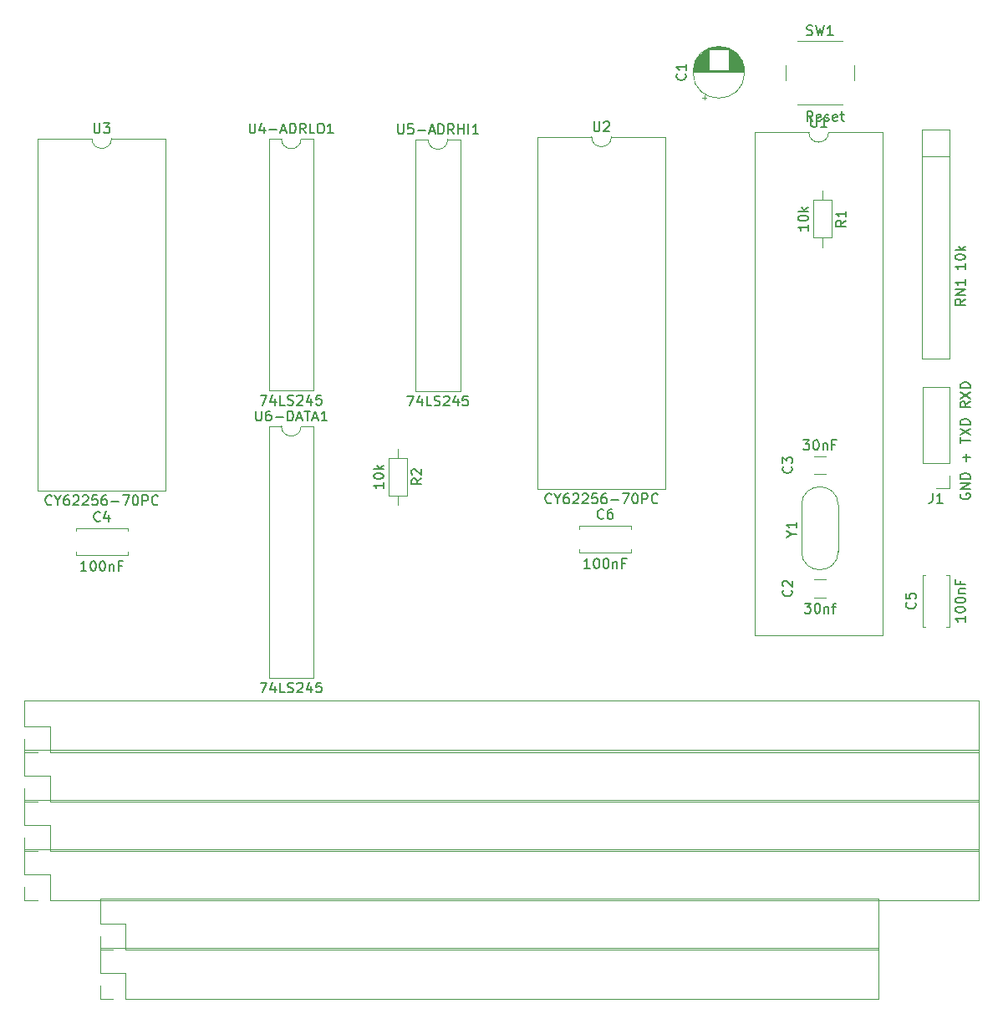
<source format=gto>
G04 #@! TF.GenerationSoftware,KiCad,Pcbnew,8.0.4*
G04 #@! TF.CreationDate,2024-07-31T10:58:34+02:00*
G04 #@! TF.ProjectId,esim,6573696d-2e6b-4696-9361-645f70636258,rev?*
G04 #@! TF.SameCoordinates,Original*
G04 #@! TF.FileFunction,Legend,Top*
G04 #@! TF.FilePolarity,Positive*
%FSLAX46Y46*%
G04 Gerber Fmt 4.6, Leading zero omitted, Abs format (unit mm)*
G04 Created by KiCad (PCBNEW 8.0.4) date 2024-07-31 10:58:34*
%MOMM*%
%LPD*%
G01*
G04 APERTURE LIST*
%ADD10C,0.150000*%
%ADD11C,0.120000*%
%ADD12R,1.700000X1.700000*%
%ADD13O,1.700000X1.700000*%
%ADD14R,2.400000X1.600000*%
%ADD15O,2.400000X1.600000*%
%ADD16C,1.600000*%
%ADD17C,5.300000*%
%ADD18R,1.600000X1.600000*%
%ADD19O,1.600000X1.600000*%
%ADD20C,1.500000*%
%ADD21C,1.400000*%
%ADD22O,1.400000X1.400000*%
%ADD23C,2.000000*%
G04 APERTURE END LIST*
D10*
X35475714Y-20144819D02*
X35475714Y-20954342D01*
X35475714Y-20954342D02*
X35523333Y-21049580D01*
X35523333Y-21049580D02*
X35570952Y-21097200D01*
X35570952Y-21097200D02*
X35666190Y-21144819D01*
X35666190Y-21144819D02*
X35856666Y-21144819D01*
X35856666Y-21144819D02*
X35951904Y-21097200D01*
X35951904Y-21097200D02*
X35999523Y-21049580D01*
X35999523Y-21049580D02*
X36047142Y-20954342D01*
X36047142Y-20954342D02*
X36047142Y-20144819D01*
X36951904Y-20478152D02*
X36951904Y-21144819D01*
X36713809Y-20097200D02*
X36475714Y-20811485D01*
X36475714Y-20811485D02*
X37094761Y-20811485D01*
X37475714Y-20763866D02*
X38237619Y-20763866D01*
X38666190Y-20859104D02*
X39142380Y-20859104D01*
X38570952Y-21144819D02*
X38904285Y-20144819D01*
X38904285Y-20144819D02*
X39237618Y-21144819D01*
X39570952Y-21144819D02*
X39570952Y-20144819D01*
X39570952Y-20144819D02*
X39809047Y-20144819D01*
X39809047Y-20144819D02*
X39951904Y-20192438D01*
X39951904Y-20192438D02*
X40047142Y-20287676D01*
X40047142Y-20287676D02*
X40094761Y-20382914D01*
X40094761Y-20382914D02*
X40142380Y-20573390D01*
X40142380Y-20573390D02*
X40142380Y-20716247D01*
X40142380Y-20716247D02*
X40094761Y-20906723D01*
X40094761Y-20906723D02*
X40047142Y-21001961D01*
X40047142Y-21001961D02*
X39951904Y-21097200D01*
X39951904Y-21097200D02*
X39809047Y-21144819D01*
X39809047Y-21144819D02*
X39570952Y-21144819D01*
X41142380Y-21144819D02*
X40809047Y-20668628D01*
X40570952Y-21144819D02*
X40570952Y-20144819D01*
X40570952Y-20144819D02*
X40951904Y-20144819D01*
X40951904Y-20144819D02*
X41047142Y-20192438D01*
X41047142Y-20192438D02*
X41094761Y-20240057D01*
X41094761Y-20240057D02*
X41142380Y-20335295D01*
X41142380Y-20335295D02*
X41142380Y-20478152D01*
X41142380Y-20478152D02*
X41094761Y-20573390D01*
X41094761Y-20573390D02*
X41047142Y-20621009D01*
X41047142Y-20621009D02*
X40951904Y-20668628D01*
X40951904Y-20668628D02*
X40570952Y-20668628D01*
X42047142Y-21144819D02*
X41570952Y-21144819D01*
X41570952Y-21144819D02*
X41570952Y-20144819D01*
X42570952Y-20144819D02*
X42761428Y-20144819D01*
X42761428Y-20144819D02*
X42856666Y-20192438D01*
X42856666Y-20192438D02*
X42951904Y-20287676D01*
X42951904Y-20287676D02*
X42999523Y-20478152D01*
X42999523Y-20478152D02*
X42999523Y-20811485D01*
X42999523Y-20811485D02*
X42951904Y-21001961D01*
X42951904Y-21001961D02*
X42856666Y-21097200D01*
X42856666Y-21097200D02*
X42761428Y-21144819D01*
X42761428Y-21144819D02*
X42570952Y-21144819D01*
X42570952Y-21144819D02*
X42475714Y-21097200D01*
X42475714Y-21097200D02*
X42380476Y-21001961D01*
X42380476Y-21001961D02*
X42332857Y-20811485D01*
X42332857Y-20811485D02*
X42332857Y-20478152D01*
X42332857Y-20478152D02*
X42380476Y-20287676D01*
X42380476Y-20287676D02*
X42475714Y-20192438D01*
X42475714Y-20192438D02*
X42570952Y-20144819D01*
X43951904Y-21144819D02*
X43380476Y-21144819D01*
X43666190Y-21144819D02*
X43666190Y-20144819D01*
X43666190Y-20144819D02*
X43570952Y-20287676D01*
X43570952Y-20287676D02*
X43475714Y-20382914D01*
X43475714Y-20382914D02*
X43380476Y-20430533D01*
X36570952Y-47664819D02*
X37237618Y-47664819D01*
X37237618Y-47664819D02*
X36809047Y-48664819D01*
X38047142Y-47998152D02*
X38047142Y-48664819D01*
X37809047Y-47617200D02*
X37570952Y-48331485D01*
X37570952Y-48331485D02*
X38189999Y-48331485D01*
X39047142Y-48664819D02*
X38570952Y-48664819D01*
X38570952Y-48664819D02*
X38570952Y-47664819D01*
X39332857Y-48617200D02*
X39475714Y-48664819D01*
X39475714Y-48664819D02*
X39713809Y-48664819D01*
X39713809Y-48664819D02*
X39809047Y-48617200D01*
X39809047Y-48617200D02*
X39856666Y-48569580D01*
X39856666Y-48569580D02*
X39904285Y-48474342D01*
X39904285Y-48474342D02*
X39904285Y-48379104D01*
X39904285Y-48379104D02*
X39856666Y-48283866D01*
X39856666Y-48283866D02*
X39809047Y-48236247D01*
X39809047Y-48236247D02*
X39713809Y-48188628D01*
X39713809Y-48188628D02*
X39523333Y-48141009D01*
X39523333Y-48141009D02*
X39428095Y-48093390D01*
X39428095Y-48093390D02*
X39380476Y-48045771D01*
X39380476Y-48045771D02*
X39332857Y-47950533D01*
X39332857Y-47950533D02*
X39332857Y-47855295D01*
X39332857Y-47855295D02*
X39380476Y-47760057D01*
X39380476Y-47760057D02*
X39428095Y-47712438D01*
X39428095Y-47712438D02*
X39523333Y-47664819D01*
X39523333Y-47664819D02*
X39761428Y-47664819D01*
X39761428Y-47664819D02*
X39904285Y-47712438D01*
X40285238Y-47760057D02*
X40332857Y-47712438D01*
X40332857Y-47712438D02*
X40428095Y-47664819D01*
X40428095Y-47664819D02*
X40666190Y-47664819D01*
X40666190Y-47664819D02*
X40761428Y-47712438D01*
X40761428Y-47712438D02*
X40809047Y-47760057D01*
X40809047Y-47760057D02*
X40856666Y-47855295D01*
X40856666Y-47855295D02*
X40856666Y-47950533D01*
X40856666Y-47950533D02*
X40809047Y-48093390D01*
X40809047Y-48093390D02*
X40237619Y-48664819D01*
X40237619Y-48664819D02*
X40856666Y-48664819D01*
X41713809Y-47998152D02*
X41713809Y-48664819D01*
X41475714Y-47617200D02*
X41237619Y-48331485D01*
X41237619Y-48331485D02*
X41856666Y-48331485D01*
X42713809Y-47664819D02*
X42237619Y-47664819D01*
X42237619Y-47664819D02*
X42190000Y-48141009D01*
X42190000Y-48141009D02*
X42237619Y-48093390D01*
X42237619Y-48093390D02*
X42332857Y-48045771D01*
X42332857Y-48045771D02*
X42570952Y-48045771D01*
X42570952Y-48045771D02*
X42666190Y-48093390D01*
X42666190Y-48093390D02*
X42713809Y-48141009D01*
X42713809Y-48141009D02*
X42761428Y-48236247D01*
X42761428Y-48236247D02*
X42761428Y-48474342D01*
X42761428Y-48474342D02*
X42713809Y-48569580D01*
X42713809Y-48569580D02*
X42666190Y-48617200D01*
X42666190Y-48617200D02*
X42570952Y-48664819D01*
X42570952Y-48664819D02*
X42332857Y-48664819D01*
X42332857Y-48664819D02*
X42237619Y-48617200D01*
X42237619Y-48617200D02*
X42190000Y-48569580D01*
X71333333Y-60109580D02*
X71285714Y-60157200D01*
X71285714Y-60157200D02*
X71142857Y-60204819D01*
X71142857Y-60204819D02*
X71047619Y-60204819D01*
X71047619Y-60204819D02*
X70904762Y-60157200D01*
X70904762Y-60157200D02*
X70809524Y-60061961D01*
X70809524Y-60061961D02*
X70761905Y-59966723D01*
X70761905Y-59966723D02*
X70714286Y-59776247D01*
X70714286Y-59776247D02*
X70714286Y-59633390D01*
X70714286Y-59633390D02*
X70761905Y-59442914D01*
X70761905Y-59442914D02*
X70809524Y-59347676D01*
X70809524Y-59347676D02*
X70904762Y-59252438D01*
X70904762Y-59252438D02*
X71047619Y-59204819D01*
X71047619Y-59204819D02*
X71142857Y-59204819D01*
X71142857Y-59204819D02*
X71285714Y-59252438D01*
X71285714Y-59252438D02*
X71333333Y-59300057D01*
X72190476Y-59204819D02*
X72000000Y-59204819D01*
X72000000Y-59204819D02*
X71904762Y-59252438D01*
X71904762Y-59252438D02*
X71857143Y-59300057D01*
X71857143Y-59300057D02*
X71761905Y-59442914D01*
X71761905Y-59442914D02*
X71714286Y-59633390D01*
X71714286Y-59633390D02*
X71714286Y-60014342D01*
X71714286Y-60014342D02*
X71761905Y-60109580D01*
X71761905Y-60109580D02*
X71809524Y-60157200D01*
X71809524Y-60157200D02*
X71904762Y-60204819D01*
X71904762Y-60204819D02*
X72095238Y-60204819D01*
X72095238Y-60204819D02*
X72190476Y-60157200D01*
X72190476Y-60157200D02*
X72238095Y-60109580D01*
X72238095Y-60109580D02*
X72285714Y-60014342D01*
X72285714Y-60014342D02*
X72285714Y-59776247D01*
X72285714Y-59776247D02*
X72238095Y-59681009D01*
X72238095Y-59681009D02*
X72190476Y-59633390D01*
X72190476Y-59633390D02*
X72095238Y-59585771D01*
X72095238Y-59585771D02*
X71904762Y-59585771D01*
X71904762Y-59585771D02*
X71809524Y-59633390D01*
X71809524Y-59633390D02*
X71761905Y-59681009D01*
X71761905Y-59681009D02*
X71714286Y-59776247D01*
X69952380Y-65204819D02*
X69380952Y-65204819D01*
X69666666Y-65204819D02*
X69666666Y-64204819D01*
X69666666Y-64204819D02*
X69571428Y-64347676D01*
X69571428Y-64347676D02*
X69476190Y-64442914D01*
X69476190Y-64442914D02*
X69380952Y-64490533D01*
X70571428Y-64204819D02*
X70666666Y-64204819D01*
X70666666Y-64204819D02*
X70761904Y-64252438D01*
X70761904Y-64252438D02*
X70809523Y-64300057D01*
X70809523Y-64300057D02*
X70857142Y-64395295D01*
X70857142Y-64395295D02*
X70904761Y-64585771D01*
X70904761Y-64585771D02*
X70904761Y-64823866D01*
X70904761Y-64823866D02*
X70857142Y-65014342D01*
X70857142Y-65014342D02*
X70809523Y-65109580D01*
X70809523Y-65109580D02*
X70761904Y-65157200D01*
X70761904Y-65157200D02*
X70666666Y-65204819D01*
X70666666Y-65204819D02*
X70571428Y-65204819D01*
X70571428Y-65204819D02*
X70476190Y-65157200D01*
X70476190Y-65157200D02*
X70428571Y-65109580D01*
X70428571Y-65109580D02*
X70380952Y-65014342D01*
X70380952Y-65014342D02*
X70333333Y-64823866D01*
X70333333Y-64823866D02*
X70333333Y-64585771D01*
X70333333Y-64585771D02*
X70380952Y-64395295D01*
X70380952Y-64395295D02*
X70428571Y-64300057D01*
X70428571Y-64300057D02*
X70476190Y-64252438D01*
X70476190Y-64252438D02*
X70571428Y-64204819D01*
X71523809Y-64204819D02*
X71619047Y-64204819D01*
X71619047Y-64204819D02*
X71714285Y-64252438D01*
X71714285Y-64252438D02*
X71761904Y-64300057D01*
X71761904Y-64300057D02*
X71809523Y-64395295D01*
X71809523Y-64395295D02*
X71857142Y-64585771D01*
X71857142Y-64585771D02*
X71857142Y-64823866D01*
X71857142Y-64823866D02*
X71809523Y-65014342D01*
X71809523Y-65014342D02*
X71761904Y-65109580D01*
X71761904Y-65109580D02*
X71714285Y-65157200D01*
X71714285Y-65157200D02*
X71619047Y-65204819D01*
X71619047Y-65204819D02*
X71523809Y-65204819D01*
X71523809Y-65204819D02*
X71428571Y-65157200D01*
X71428571Y-65157200D02*
X71380952Y-65109580D01*
X71380952Y-65109580D02*
X71333333Y-65014342D01*
X71333333Y-65014342D02*
X71285714Y-64823866D01*
X71285714Y-64823866D02*
X71285714Y-64585771D01*
X71285714Y-64585771D02*
X71333333Y-64395295D01*
X71333333Y-64395295D02*
X71380952Y-64300057D01*
X71380952Y-64300057D02*
X71428571Y-64252438D01*
X71428571Y-64252438D02*
X71523809Y-64204819D01*
X72285714Y-64538152D02*
X72285714Y-65204819D01*
X72285714Y-64633390D02*
X72333333Y-64585771D01*
X72333333Y-64585771D02*
X72428571Y-64538152D01*
X72428571Y-64538152D02*
X72571428Y-64538152D01*
X72571428Y-64538152D02*
X72666666Y-64585771D01*
X72666666Y-64585771D02*
X72714285Y-64681009D01*
X72714285Y-64681009D02*
X72714285Y-65204819D01*
X73523809Y-64681009D02*
X73190476Y-64681009D01*
X73190476Y-65204819D02*
X73190476Y-64204819D01*
X73190476Y-64204819D02*
X73666666Y-64204819D01*
X90359580Y-67416666D02*
X90407200Y-67464285D01*
X90407200Y-67464285D02*
X90454819Y-67607142D01*
X90454819Y-67607142D02*
X90454819Y-67702380D01*
X90454819Y-67702380D02*
X90407200Y-67845237D01*
X90407200Y-67845237D02*
X90311961Y-67940475D01*
X90311961Y-67940475D02*
X90216723Y-67988094D01*
X90216723Y-67988094D02*
X90026247Y-68035713D01*
X90026247Y-68035713D02*
X89883390Y-68035713D01*
X89883390Y-68035713D02*
X89692914Y-67988094D01*
X89692914Y-67988094D02*
X89597676Y-67940475D01*
X89597676Y-67940475D02*
X89502438Y-67845237D01*
X89502438Y-67845237D02*
X89454819Y-67702380D01*
X89454819Y-67702380D02*
X89454819Y-67607142D01*
X89454819Y-67607142D02*
X89502438Y-67464285D01*
X89502438Y-67464285D02*
X89550057Y-67416666D01*
X89550057Y-67035713D02*
X89502438Y-66988094D01*
X89502438Y-66988094D02*
X89454819Y-66892856D01*
X89454819Y-66892856D02*
X89454819Y-66654761D01*
X89454819Y-66654761D02*
X89502438Y-66559523D01*
X89502438Y-66559523D02*
X89550057Y-66511904D01*
X89550057Y-66511904D02*
X89645295Y-66464285D01*
X89645295Y-66464285D02*
X89740533Y-66464285D01*
X89740533Y-66464285D02*
X89883390Y-66511904D01*
X89883390Y-66511904D02*
X90454819Y-67083332D01*
X90454819Y-67083332D02*
X90454819Y-66464285D01*
X91702381Y-68754819D02*
X92321428Y-68754819D01*
X92321428Y-68754819D02*
X91988095Y-69135771D01*
X91988095Y-69135771D02*
X92130952Y-69135771D01*
X92130952Y-69135771D02*
X92226190Y-69183390D01*
X92226190Y-69183390D02*
X92273809Y-69231009D01*
X92273809Y-69231009D02*
X92321428Y-69326247D01*
X92321428Y-69326247D02*
X92321428Y-69564342D01*
X92321428Y-69564342D02*
X92273809Y-69659580D01*
X92273809Y-69659580D02*
X92226190Y-69707200D01*
X92226190Y-69707200D02*
X92130952Y-69754819D01*
X92130952Y-69754819D02*
X91845238Y-69754819D01*
X91845238Y-69754819D02*
X91750000Y-69707200D01*
X91750000Y-69707200D02*
X91702381Y-69659580D01*
X92940476Y-68754819D02*
X93035714Y-68754819D01*
X93035714Y-68754819D02*
X93130952Y-68802438D01*
X93130952Y-68802438D02*
X93178571Y-68850057D01*
X93178571Y-68850057D02*
X93226190Y-68945295D01*
X93226190Y-68945295D02*
X93273809Y-69135771D01*
X93273809Y-69135771D02*
X93273809Y-69373866D01*
X93273809Y-69373866D02*
X93226190Y-69564342D01*
X93226190Y-69564342D02*
X93178571Y-69659580D01*
X93178571Y-69659580D02*
X93130952Y-69707200D01*
X93130952Y-69707200D02*
X93035714Y-69754819D01*
X93035714Y-69754819D02*
X92940476Y-69754819D01*
X92940476Y-69754819D02*
X92845238Y-69707200D01*
X92845238Y-69707200D02*
X92797619Y-69659580D01*
X92797619Y-69659580D02*
X92750000Y-69564342D01*
X92750000Y-69564342D02*
X92702381Y-69373866D01*
X92702381Y-69373866D02*
X92702381Y-69135771D01*
X92702381Y-69135771D02*
X92750000Y-68945295D01*
X92750000Y-68945295D02*
X92797619Y-68850057D01*
X92797619Y-68850057D02*
X92845238Y-68802438D01*
X92845238Y-68802438D02*
X92940476Y-68754819D01*
X93702381Y-69088152D02*
X93702381Y-69754819D01*
X93702381Y-69183390D02*
X93750000Y-69135771D01*
X93750000Y-69135771D02*
X93845238Y-69088152D01*
X93845238Y-69088152D02*
X93988095Y-69088152D01*
X93988095Y-69088152D02*
X94083333Y-69135771D01*
X94083333Y-69135771D02*
X94130952Y-69231009D01*
X94130952Y-69231009D02*
X94130952Y-69754819D01*
X94464286Y-69088152D02*
X94845238Y-69088152D01*
X94607143Y-69754819D02*
X94607143Y-68897676D01*
X94607143Y-68897676D02*
X94654762Y-68802438D01*
X94654762Y-68802438D02*
X94750000Y-68754819D01*
X94750000Y-68754819D02*
X94845238Y-68754819D01*
X36094762Y-49264819D02*
X36094762Y-50074342D01*
X36094762Y-50074342D02*
X36142381Y-50169580D01*
X36142381Y-50169580D02*
X36190000Y-50217200D01*
X36190000Y-50217200D02*
X36285238Y-50264819D01*
X36285238Y-50264819D02*
X36475714Y-50264819D01*
X36475714Y-50264819D02*
X36570952Y-50217200D01*
X36570952Y-50217200D02*
X36618571Y-50169580D01*
X36618571Y-50169580D02*
X36666190Y-50074342D01*
X36666190Y-50074342D02*
X36666190Y-49264819D01*
X37570952Y-49264819D02*
X37380476Y-49264819D01*
X37380476Y-49264819D02*
X37285238Y-49312438D01*
X37285238Y-49312438D02*
X37237619Y-49360057D01*
X37237619Y-49360057D02*
X37142381Y-49502914D01*
X37142381Y-49502914D02*
X37094762Y-49693390D01*
X37094762Y-49693390D02*
X37094762Y-50074342D01*
X37094762Y-50074342D02*
X37142381Y-50169580D01*
X37142381Y-50169580D02*
X37190000Y-50217200D01*
X37190000Y-50217200D02*
X37285238Y-50264819D01*
X37285238Y-50264819D02*
X37475714Y-50264819D01*
X37475714Y-50264819D02*
X37570952Y-50217200D01*
X37570952Y-50217200D02*
X37618571Y-50169580D01*
X37618571Y-50169580D02*
X37666190Y-50074342D01*
X37666190Y-50074342D02*
X37666190Y-49836247D01*
X37666190Y-49836247D02*
X37618571Y-49741009D01*
X37618571Y-49741009D02*
X37570952Y-49693390D01*
X37570952Y-49693390D02*
X37475714Y-49645771D01*
X37475714Y-49645771D02*
X37285238Y-49645771D01*
X37285238Y-49645771D02*
X37190000Y-49693390D01*
X37190000Y-49693390D02*
X37142381Y-49741009D01*
X37142381Y-49741009D02*
X37094762Y-49836247D01*
X38094762Y-49883866D02*
X38856667Y-49883866D01*
X39332857Y-50264819D02*
X39332857Y-49264819D01*
X39332857Y-49264819D02*
X39570952Y-49264819D01*
X39570952Y-49264819D02*
X39713809Y-49312438D01*
X39713809Y-49312438D02*
X39809047Y-49407676D01*
X39809047Y-49407676D02*
X39856666Y-49502914D01*
X39856666Y-49502914D02*
X39904285Y-49693390D01*
X39904285Y-49693390D02*
X39904285Y-49836247D01*
X39904285Y-49836247D02*
X39856666Y-50026723D01*
X39856666Y-50026723D02*
X39809047Y-50121961D01*
X39809047Y-50121961D02*
X39713809Y-50217200D01*
X39713809Y-50217200D02*
X39570952Y-50264819D01*
X39570952Y-50264819D02*
X39332857Y-50264819D01*
X40285238Y-49979104D02*
X40761428Y-49979104D01*
X40190000Y-50264819D02*
X40523333Y-49264819D01*
X40523333Y-49264819D02*
X40856666Y-50264819D01*
X41047143Y-49264819D02*
X41618571Y-49264819D01*
X41332857Y-50264819D02*
X41332857Y-49264819D01*
X41904286Y-49979104D02*
X42380476Y-49979104D01*
X41809048Y-50264819D02*
X42142381Y-49264819D01*
X42142381Y-49264819D02*
X42475714Y-50264819D01*
X43332857Y-50264819D02*
X42761429Y-50264819D01*
X43047143Y-50264819D02*
X43047143Y-49264819D01*
X43047143Y-49264819D02*
X42951905Y-49407676D01*
X42951905Y-49407676D02*
X42856667Y-49502914D01*
X42856667Y-49502914D02*
X42761429Y-49550533D01*
X36570952Y-76784819D02*
X37237618Y-76784819D01*
X37237618Y-76784819D02*
X36809047Y-77784819D01*
X38047142Y-77118152D02*
X38047142Y-77784819D01*
X37809047Y-76737200D02*
X37570952Y-77451485D01*
X37570952Y-77451485D02*
X38189999Y-77451485D01*
X39047142Y-77784819D02*
X38570952Y-77784819D01*
X38570952Y-77784819D02*
X38570952Y-76784819D01*
X39332857Y-77737200D02*
X39475714Y-77784819D01*
X39475714Y-77784819D02*
X39713809Y-77784819D01*
X39713809Y-77784819D02*
X39809047Y-77737200D01*
X39809047Y-77737200D02*
X39856666Y-77689580D01*
X39856666Y-77689580D02*
X39904285Y-77594342D01*
X39904285Y-77594342D02*
X39904285Y-77499104D01*
X39904285Y-77499104D02*
X39856666Y-77403866D01*
X39856666Y-77403866D02*
X39809047Y-77356247D01*
X39809047Y-77356247D02*
X39713809Y-77308628D01*
X39713809Y-77308628D02*
X39523333Y-77261009D01*
X39523333Y-77261009D02*
X39428095Y-77213390D01*
X39428095Y-77213390D02*
X39380476Y-77165771D01*
X39380476Y-77165771D02*
X39332857Y-77070533D01*
X39332857Y-77070533D02*
X39332857Y-76975295D01*
X39332857Y-76975295D02*
X39380476Y-76880057D01*
X39380476Y-76880057D02*
X39428095Y-76832438D01*
X39428095Y-76832438D02*
X39523333Y-76784819D01*
X39523333Y-76784819D02*
X39761428Y-76784819D01*
X39761428Y-76784819D02*
X39904285Y-76832438D01*
X40285238Y-76880057D02*
X40332857Y-76832438D01*
X40332857Y-76832438D02*
X40428095Y-76784819D01*
X40428095Y-76784819D02*
X40666190Y-76784819D01*
X40666190Y-76784819D02*
X40761428Y-76832438D01*
X40761428Y-76832438D02*
X40809047Y-76880057D01*
X40809047Y-76880057D02*
X40856666Y-76975295D01*
X40856666Y-76975295D02*
X40856666Y-77070533D01*
X40856666Y-77070533D02*
X40809047Y-77213390D01*
X40809047Y-77213390D02*
X40237619Y-77784819D01*
X40237619Y-77784819D02*
X40856666Y-77784819D01*
X41713809Y-77118152D02*
X41713809Y-77784819D01*
X41475714Y-76737200D02*
X41237619Y-77451485D01*
X41237619Y-77451485D02*
X41856666Y-77451485D01*
X42713809Y-76784819D02*
X42237619Y-76784819D01*
X42237619Y-76784819D02*
X42190000Y-77261009D01*
X42190000Y-77261009D02*
X42237619Y-77213390D01*
X42237619Y-77213390D02*
X42332857Y-77165771D01*
X42332857Y-77165771D02*
X42570952Y-77165771D01*
X42570952Y-77165771D02*
X42666190Y-77213390D01*
X42666190Y-77213390D02*
X42713809Y-77261009D01*
X42713809Y-77261009D02*
X42761428Y-77356247D01*
X42761428Y-77356247D02*
X42761428Y-77594342D01*
X42761428Y-77594342D02*
X42713809Y-77689580D01*
X42713809Y-77689580D02*
X42666190Y-77737200D01*
X42666190Y-77737200D02*
X42570952Y-77784819D01*
X42570952Y-77784819D02*
X42332857Y-77784819D01*
X42332857Y-77784819D02*
X42237619Y-77737200D01*
X42237619Y-77737200D02*
X42190000Y-77689580D01*
X104666666Y-57584819D02*
X104666666Y-58299104D01*
X104666666Y-58299104D02*
X104619047Y-58441961D01*
X104619047Y-58441961D02*
X104523809Y-58537200D01*
X104523809Y-58537200D02*
X104380952Y-58584819D01*
X104380952Y-58584819D02*
X104285714Y-58584819D01*
X105666666Y-58584819D02*
X105095238Y-58584819D01*
X105380952Y-58584819D02*
X105380952Y-57584819D01*
X105380952Y-57584819D02*
X105285714Y-57727676D01*
X105285714Y-57727676D02*
X105190476Y-57822914D01*
X105190476Y-57822914D02*
X105095238Y-57870533D01*
X107502438Y-57657143D02*
X107454819Y-57752381D01*
X107454819Y-57752381D02*
X107454819Y-57895238D01*
X107454819Y-57895238D02*
X107502438Y-58038095D01*
X107502438Y-58038095D02*
X107597676Y-58133333D01*
X107597676Y-58133333D02*
X107692914Y-58180952D01*
X107692914Y-58180952D02*
X107883390Y-58228571D01*
X107883390Y-58228571D02*
X108026247Y-58228571D01*
X108026247Y-58228571D02*
X108216723Y-58180952D01*
X108216723Y-58180952D02*
X108311961Y-58133333D01*
X108311961Y-58133333D02*
X108407200Y-58038095D01*
X108407200Y-58038095D02*
X108454819Y-57895238D01*
X108454819Y-57895238D02*
X108454819Y-57800000D01*
X108454819Y-57800000D02*
X108407200Y-57657143D01*
X108407200Y-57657143D02*
X108359580Y-57609524D01*
X108359580Y-57609524D02*
X108026247Y-57609524D01*
X108026247Y-57609524D02*
X108026247Y-57800000D01*
X108454819Y-57180952D02*
X107454819Y-57180952D01*
X107454819Y-57180952D02*
X108454819Y-56609524D01*
X108454819Y-56609524D02*
X107454819Y-56609524D01*
X108454819Y-56133333D02*
X107454819Y-56133333D01*
X107454819Y-56133333D02*
X107454819Y-55895238D01*
X107454819Y-55895238D02*
X107502438Y-55752381D01*
X107502438Y-55752381D02*
X107597676Y-55657143D01*
X107597676Y-55657143D02*
X107692914Y-55609524D01*
X107692914Y-55609524D02*
X107883390Y-55561905D01*
X107883390Y-55561905D02*
X108026247Y-55561905D01*
X108026247Y-55561905D02*
X108216723Y-55609524D01*
X108216723Y-55609524D02*
X108311961Y-55657143D01*
X108311961Y-55657143D02*
X108407200Y-55752381D01*
X108407200Y-55752381D02*
X108454819Y-55895238D01*
X108454819Y-55895238D02*
X108454819Y-56133333D01*
X108073866Y-54371428D02*
X108073866Y-53609524D01*
X108454819Y-53990476D02*
X107692914Y-53990476D01*
X107454819Y-52514285D02*
X107454819Y-51942857D01*
X108454819Y-52228571D02*
X107454819Y-52228571D01*
X107454819Y-51704761D02*
X108454819Y-51038095D01*
X107454819Y-51038095D02*
X108454819Y-51704761D01*
X108454819Y-50657142D02*
X107454819Y-50657142D01*
X107454819Y-50657142D02*
X107454819Y-50419047D01*
X107454819Y-50419047D02*
X107502438Y-50276190D01*
X107502438Y-50276190D02*
X107597676Y-50180952D01*
X107597676Y-50180952D02*
X107692914Y-50133333D01*
X107692914Y-50133333D02*
X107883390Y-50085714D01*
X107883390Y-50085714D02*
X108026247Y-50085714D01*
X108026247Y-50085714D02*
X108216723Y-50133333D01*
X108216723Y-50133333D02*
X108311961Y-50180952D01*
X108311961Y-50180952D02*
X108407200Y-50276190D01*
X108407200Y-50276190D02*
X108454819Y-50419047D01*
X108454819Y-50419047D02*
X108454819Y-50657142D01*
X108454819Y-48323809D02*
X107978628Y-48657142D01*
X108454819Y-48895237D02*
X107454819Y-48895237D01*
X107454819Y-48895237D02*
X107454819Y-48514285D01*
X107454819Y-48514285D02*
X107502438Y-48419047D01*
X107502438Y-48419047D02*
X107550057Y-48371428D01*
X107550057Y-48371428D02*
X107645295Y-48323809D01*
X107645295Y-48323809D02*
X107788152Y-48323809D01*
X107788152Y-48323809D02*
X107883390Y-48371428D01*
X107883390Y-48371428D02*
X107931009Y-48419047D01*
X107931009Y-48419047D02*
X107978628Y-48514285D01*
X107978628Y-48514285D02*
X107978628Y-48895237D01*
X107454819Y-47990475D02*
X108454819Y-47323809D01*
X107454819Y-47323809D02*
X108454819Y-47990475D01*
X108454819Y-46942856D02*
X107454819Y-46942856D01*
X107454819Y-46942856D02*
X107454819Y-46704761D01*
X107454819Y-46704761D02*
X107502438Y-46561904D01*
X107502438Y-46561904D02*
X107597676Y-46466666D01*
X107597676Y-46466666D02*
X107692914Y-46419047D01*
X107692914Y-46419047D02*
X107883390Y-46371428D01*
X107883390Y-46371428D02*
X108026247Y-46371428D01*
X108026247Y-46371428D02*
X108216723Y-46419047D01*
X108216723Y-46419047D02*
X108311961Y-46466666D01*
X108311961Y-46466666D02*
X108407200Y-46561904D01*
X108407200Y-46561904D02*
X108454819Y-46704761D01*
X108454819Y-46704761D02*
X108454819Y-46942856D01*
X107954819Y-34345238D02*
X107954819Y-34916666D01*
X107954819Y-34630952D02*
X106954819Y-34630952D01*
X106954819Y-34630952D02*
X107097676Y-34726190D01*
X107097676Y-34726190D02*
X107192914Y-34821428D01*
X107192914Y-34821428D02*
X107240533Y-34916666D01*
X106954819Y-33726190D02*
X106954819Y-33630952D01*
X106954819Y-33630952D02*
X107002438Y-33535714D01*
X107002438Y-33535714D02*
X107050057Y-33488095D01*
X107050057Y-33488095D02*
X107145295Y-33440476D01*
X107145295Y-33440476D02*
X107335771Y-33392857D01*
X107335771Y-33392857D02*
X107573866Y-33392857D01*
X107573866Y-33392857D02*
X107764342Y-33440476D01*
X107764342Y-33440476D02*
X107859580Y-33488095D01*
X107859580Y-33488095D02*
X107907200Y-33535714D01*
X107907200Y-33535714D02*
X107954819Y-33630952D01*
X107954819Y-33630952D02*
X107954819Y-33726190D01*
X107954819Y-33726190D02*
X107907200Y-33821428D01*
X107907200Y-33821428D02*
X107859580Y-33869047D01*
X107859580Y-33869047D02*
X107764342Y-33916666D01*
X107764342Y-33916666D02*
X107573866Y-33964285D01*
X107573866Y-33964285D02*
X107335771Y-33964285D01*
X107335771Y-33964285D02*
X107145295Y-33916666D01*
X107145295Y-33916666D02*
X107050057Y-33869047D01*
X107050057Y-33869047D02*
X107002438Y-33821428D01*
X107002438Y-33821428D02*
X106954819Y-33726190D01*
X107954819Y-32964285D02*
X106954819Y-32964285D01*
X107573866Y-32869047D02*
X107954819Y-32583333D01*
X107288152Y-32583333D02*
X107669104Y-32964285D01*
X107954819Y-37940476D02*
X107478628Y-38273809D01*
X107954819Y-38511904D02*
X106954819Y-38511904D01*
X106954819Y-38511904D02*
X106954819Y-38130952D01*
X106954819Y-38130952D02*
X107002438Y-38035714D01*
X107002438Y-38035714D02*
X107050057Y-37988095D01*
X107050057Y-37988095D02*
X107145295Y-37940476D01*
X107145295Y-37940476D02*
X107288152Y-37940476D01*
X107288152Y-37940476D02*
X107383390Y-37988095D01*
X107383390Y-37988095D02*
X107431009Y-38035714D01*
X107431009Y-38035714D02*
X107478628Y-38130952D01*
X107478628Y-38130952D02*
X107478628Y-38511904D01*
X107954819Y-37511904D02*
X106954819Y-37511904D01*
X106954819Y-37511904D02*
X107954819Y-36940476D01*
X107954819Y-36940476D02*
X106954819Y-36940476D01*
X107954819Y-35940476D02*
X107954819Y-36511904D01*
X107954819Y-36226190D02*
X106954819Y-36226190D01*
X106954819Y-36226190D02*
X107097676Y-36321428D01*
X107097676Y-36321428D02*
X107192914Y-36416666D01*
X107192914Y-36416666D02*
X107240533Y-36511904D01*
X90368628Y-61726190D02*
X90844819Y-61726190D01*
X89844819Y-62059523D02*
X90368628Y-61726190D01*
X90368628Y-61726190D02*
X89844819Y-61392857D01*
X90844819Y-60535714D02*
X90844819Y-61107142D01*
X90844819Y-60821428D02*
X89844819Y-60821428D01*
X89844819Y-60821428D02*
X89987676Y-60916666D01*
X89987676Y-60916666D02*
X90082914Y-61011904D01*
X90082914Y-61011904D02*
X90130533Y-61107142D01*
X70358095Y-19954819D02*
X70358095Y-20764342D01*
X70358095Y-20764342D02*
X70405714Y-20859580D01*
X70405714Y-20859580D02*
X70453333Y-20907200D01*
X70453333Y-20907200D02*
X70548571Y-20954819D01*
X70548571Y-20954819D02*
X70739047Y-20954819D01*
X70739047Y-20954819D02*
X70834285Y-20907200D01*
X70834285Y-20907200D02*
X70881904Y-20859580D01*
X70881904Y-20859580D02*
X70929523Y-20764342D01*
X70929523Y-20764342D02*
X70929523Y-19954819D01*
X71358095Y-20050057D02*
X71405714Y-20002438D01*
X71405714Y-20002438D02*
X71500952Y-19954819D01*
X71500952Y-19954819D02*
X71739047Y-19954819D01*
X71739047Y-19954819D02*
X71834285Y-20002438D01*
X71834285Y-20002438D02*
X71881904Y-20050057D01*
X71881904Y-20050057D02*
X71929523Y-20145295D01*
X71929523Y-20145295D02*
X71929523Y-20240533D01*
X71929523Y-20240533D02*
X71881904Y-20383390D01*
X71881904Y-20383390D02*
X71310476Y-20954819D01*
X71310476Y-20954819D02*
X71929523Y-20954819D01*
X66048571Y-58539580D02*
X66000952Y-58587200D01*
X66000952Y-58587200D02*
X65858095Y-58634819D01*
X65858095Y-58634819D02*
X65762857Y-58634819D01*
X65762857Y-58634819D02*
X65620000Y-58587200D01*
X65620000Y-58587200D02*
X65524762Y-58491961D01*
X65524762Y-58491961D02*
X65477143Y-58396723D01*
X65477143Y-58396723D02*
X65429524Y-58206247D01*
X65429524Y-58206247D02*
X65429524Y-58063390D01*
X65429524Y-58063390D02*
X65477143Y-57872914D01*
X65477143Y-57872914D02*
X65524762Y-57777676D01*
X65524762Y-57777676D02*
X65620000Y-57682438D01*
X65620000Y-57682438D02*
X65762857Y-57634819D01*
X65762857Y-57634819D02*
X65858095Y-57634819D01*
X65858095Y-57634819D02*
X66000952Y-57682438D01*
X66000952Y-57682438D02*
X66048571Y-57730057D01*
X66667619Y-58158628D02*
X66667619Y-58634819D01*
X66334286Y-57634819D02*
X66667619Y-58158628D01*
X66667619Y-58158628D02*
X67000952Y-57634819D01*
X67762857Y-57634819D02*
X67572381Y-57634819D01*
X67572381Y-57634819D02*
X67477143Y-57682438D01*
X67477143Y-57682438D02*
X67429524Y-57730057D01*
X67429524Y-57730057D02*
X67334286Y-57872914D01*
X67334286Y-57872914D02*
X67286667Y-58063390D01*
X67286667Y-58063390D02*
X67286667Y-58444342D01*
X67286667Y-58444342D02*
X67334286Y-58539580D01*
X67334286Y-58539580D02*
X67381905Y-58587200D01*
X67381905Y-58587200D02*
X67477143Y-58634819D01*
X67477143Y-58634819D02*
X67667619Y-58634819D01*
X67667619Y-58634819D02*
X67762857Y-58587200D01*
X67762857Y-58587200D02*
X67810476Y-58539580D01*
X67810476Y-58539580D02*
X67858095Y-58444342D01*
X67858095Y-58444342D02*
X67858095Y-58206247D01*
X67858095Y-58206247D02*
X67810476Y-58111009D01*
X67810476Y-58111009D02*
X67762857Y-58063390D01*
X67762857Y-58063390D02*
X67667619Y-58015771D01*
X67667619Y-58015771D02*
X67477143Y-58015771D01*
X67477143Y-58015771D02*
X67381905Y-58063390D01*
X67381905Y-58063390D02*
X67334286Y-58111009D01*
X67334286Y-58111009D02*
X67286667Y-58206247D01*
X68239048Y-57730057D02*
X68286667Y-57682438D01*
X68286667Y-57682438D02*
X68381905Y-57634819D01*
X68381905Y-57634819D02*
X68620000Y-57634819D01*
X68620000Y-57634819D02*
X68715238Y-57682438D01*
X68715238Y-57682438D02*
X68762857Y-57730057D01*
X68762857Y-57730057D02*
X68810476Y-57825295D01*
X68810476Y-57825295D02*
X68810476Y-57920533D01*
X68810476Y-57920533D02*
X68762857Y-58063390D01*
X68762857Y-58063390D02*
X68191429Y-58634819D01*
X68191429Y-58634819D02*
X68810476Y-58634819D01*
X69191429Y-57730057D02*
X69239048Y-57682438D01*
X69239048Y-57682438D02*
X69334286Y-57634819D01*
X69334286Y-57634819D02*
X69572381Y-57634819D01*
X69572381Y-57634819D02*
X69667619Y-57682438D01*
X69667619Y-57682438D02*
X69715238Y-57730057D01*
X69715238Y-57730057D02*
X69762857Y-57825295D01*
X69762857Y-57825295D02*
X69762857Y-57920533D01*
X69762857Y-57920533D02*
X69715238Y-58063390D01*
X69715238Y-58063390D02*
X69143810Y-58634819D01*
X69143810Y-58634819D02*
X69762857Y-58634819D01*
X70667619Y-57634819D02*
X70191429Y-57634819D01*
X70191429Y-57634819D02*
X70143810Y-58111009D01*
X70143810Y-58111009D02*
X70191429Y-58063390D01*
X70191429Y-58063390D02*
X70286667Y-58015771D01*
X70286667Y-58015771D02*
X70524762Y-58015771D01*
X70524762Y-58015771D02*
X70620000Y-58063390D01*
X70620000Y-58063390D02*
X70667619Y-58111009D01*
X70667619Y-58111009D02*
X70715238Y-58206247D01*
X70715238Y-58206247D02*
X70715238Y-58444342D01*
X70715238Y-58444342D02*
X70667619Y-58539580D01*
X70667619Y-58539580D02*
X70620000Y-58587200D01*
X70620000Y-58587200D02*
X70524762Y-58634819D01*
X70524762Y-58634819D02*
X70286667Y-58634819D01*
X70286667Y-58634819D02*
X70191429Y-58587200D01*
X70191429Y-58587200D02*
X70143810Y-58539580D01*
X71572381Y-57634819D02*
X71381905Y-57634819D01*
X71381905Y-57634819D02*
X71286667Y-57682438D01*
X71286667Y-57682438D02*
X71239048Y-57730057D01*
X71239048Y-57730057D02*
X71143810Y-57872914D01*
X71143810Y-57872914D02*
X71096191Y-58063390D01*
X71096191Y-58063390D02*
X71096191Y-58444342D01*
X71096191Y-58444342D02*
X71143810Y-58539580D01*
X71143810Y-58539580D02*
X71191429Y-58587200D01*
X71191429Y-58587200D02*
X71286667Y-58634819D01*
X71286667Y-58634819D02*
X71477143Y-58634819D01*
X71477143Y-58634819D02*
X71572381Y-58587200D01*
X71572381Y-58587200D02*
X71620000Y-58539580D01*
X71620000Y-58539580D02*
X71667619Y-58444342D01*
X71667619Y-58444342D02*
X71667619Y-58206247D01*
X71667619Y-58206247D02*
X71620000Y-58111009D01*
X71620000Y-58111009D02*
X71572381Y-58063390D01*
X71572381Y-58063390D02*
X71477143Y-58015771D01*
X71477143Y-58015771D02*
X71286667Y-58015771D01*
X71286667Y-58015771D02*
X71191429Y-58063390D01*
X71191429Y-58063390D02*
X71143810Y-58111009D01*
X71143810Y-58111009D02*
X71096191Y-58206247D01*
X72096191Y-58253866D02*
X72858096Y-58253866D01*
X73239048Y-57634819D02*
X73905714Y-57634819D01*
X73905714Y-57634819D02*
X73477143Y-58634819D01*
X74477143Y-57634819D02*
X74572381Y-57634819D01*
X74572381Y-57634819D02*
X74667619Y-57682438D01*
X74667619Y-57682438D02*
X74715238Y-57730057D01*
X74715238Y-57730057D02*
X74762857Y-57825295D01*
X74762857Y-57825295D02*
X74810476Y-58015771D01*
X74810476Y-58015771D02*
X74810476Y-58253866D01*
X74810476Y-58253866D02*
X74762857Y-58444342D01*
X74762857Y-58444342D02*
X74715238Y-58539580D01*
X74715238Y-58539580D02*
X74667619Y-58587200D01*
X74667619Y-58587200D02*
X74572381Y-58634819D01*
X74572381Y-58634819D02*
X74477143Y-58634819D01*
X74477143Y-58634819D02*
X74381905Y-58587200D01*
X74381905Y-58587200D02*
X74334286Y-58539580D01*
X74334286Y-58539580D02*
X74286667Y-58444342D01*
X74286667Y-58444342D02*
X74239048Y-58253866D01*
X74239048Y-58253866D02*
X74239048Y-58015771D01*
X74239048Y-58015771D02*
X74286667Y-57825295D01*
X74286667Y-57825295D02*
X74334286Y-57730057D01*
X74334286Y-57730057D02*
X74381905Y-57682438D01*
X74381905Y-57682438D02*
X74477143Y-57634819D01*
X75239048Y-58634819D02*
X75239048Y-57634819D01*
X75239048Y-57634819D02*
X75620000Y-57634819D01*
X75620000Y-57634819D02*
X75715238Y-57682438D01*
X75715238Y-57682438D02*
X75762857Y-57730057D01*
X75762857Y-57730057D02*
X75810476Y-57825295D01*
X75810476Y-57825295D02*
X75810476Y-57968152D01*
X75810476Y-57968152D02*
X75762857Y-58063390D01*
X75762857Y-58063390D02*
X75715238Y-58111009D01*
X75715238Y-58111009D02*
X75620000Y-58158628D01*
X75620000Y-58158628D02*
X75239048Y-58158628D01*
X76810476Y-58539580D02*
X76762857Y-58587200D01*
X76762857Y-58587200D02*
X76620000Y-58634819D01*
X76620000Y-58634819D02*
X76524762Y-58634819D01*
X76524762Y-58634819D02*
X76381905Y-58587200D01*
X76381905Y-58587200D02*
X76286667Y-58491961D01*
X76286667Y-58491961D02*
X76239048Y-58396723D01*
X76239048Y-58396723D02*
X76191429Y-58206247D01*
X76191429Y-58206247D02*
X76191429Y-58063390D01*
X76191429Y-58063390D02*
X76239048Y-57872914D01*
X76239048Y-57872914D02*
X76286667Y-57777676D01*
X76286667Y-57777676D02*
X76381905Y-57682438D01*
X76381905Y-57682438D02*
X76524762Y-57634819D01*
X76524762Y-57634819D02*
X76620000Y-57634819D01*
X76620000Y-57634819D02*
X76762857Y-57682438D01*
X76762857Y-57682438D02*
X76810476Y-57730057D01*
X52874819Y-56106666D02*
X52398628Y-56439999D01*
X52874819Y-56678094D02*
X51874819Y-56678094D01*
X51874819Y-56678094D02*
X51874819Y-56297142D01*
X51874819Y-56297142D02*
X51922438Y-56201904D01*
X51922438Y-56201904D02*
X51970057Y-56154285D01*
X51970057Y-56154285D02*
X52065295Y-56106666D01*
X52065295Y-56106666D02*
X52208152Y-56106666D01*
X52208152Y-56106666D02*
X52303390Y-56154285D01*
X52303390Y-56154285D02*
X52351009Y-56201904D01*
X52351009Y-56201904D02*
X52398628Y-56297142D01*
X52398628Y-56297142D02*
X52398628Y-56678094D01*
X51970057Y-55725713D02*
X51922438Y-55678094D01*
X51922438Y-55678094D02*
X51874819Y-55582856D01*
X51874819Y-55582856D02*
X51874819Y-55344761D01*
X51874819Y-55344761D02*
X51922438Y-55249523D01*
X51922438Y-55249523D02*
X51970057Y-55201904D01*
X51970057Y-55201904D02*
X52065295Y-55154285D01*
X52065295Y-55154285D02*
X52160533Y-55154285D01*
X52160533Y-55154285D02*
X52303390Y-55201904D01*
X52303390Y-55201904D02*
X52874819Y-55773332D01*
X52874819Y-55773332D02*
X52874819Y-55154285D01*
X49034819Y-56535238D02*
X49034819Y-57106666D01*
X49034819Y-56820952D02*
X48034819Y-56820952D01*
X48034819Y-56820952D02*
X48177676Y-56916190D01*
X48177676Y-56916190D02*
X48272914Y-57011428D01*
X48272914Y-57011428D02*
X48320533Y-57106666D01*
X48034819Y-55916190D02*
X48034819Y-55820952D01*
X48034819Y-55820952D02*
X48082438Y-55725714D01*
X48082438Y-55725714D02*
X48130057Y-55678095D01*
X48130057Y-55678095D02*
X48225295Y-55630476D01*
X48225295Y-55630476D02*
X48415771Y-55582857D01*
X48415771Y-55582857D02*
X48653866Y-55582857D01*
X48653866Y-55582857D02*
X48844342Y-55630476D01*
X48844342Y-55630476D02*
X48939580Y-55678095D01*
X48939580Y-55678095D02*
X48987200Y-55725714D01*
X48987200Y-55725714D02*
X49034819Y-55820952D01*
X49034819Y-55820952D02*
X49034819Y-55916190D01*
X49034819Y-55916190D02*
X48987200Y-56011428D01*
X48987200Y-56011428D02*
X48939580Y-56059047D01*
X48939580Y-56059047D02*
X48844342Y-56106666D01*
X48844342Y-56106666D02*
X48653866Y-56154285D01*
X48653866Y-56154285D02*
X48415771Y-56154285D01*
X48415771Y-56154285D02*
X48225295Y-56106666D01*
X48225295Y-56106666D02*
X48130057Y-56059047D01*
X48130057Y-56059047D02*
X48082438Y-56011428D01*
X48082438Y-56011428D02*
X48034819Y-55916190D01*
X49034819Y-55154285D02*
X48034819Y-55154285D01*
X48653866Y-55059047D02*
X49034819Y-54773333D01*
X48368152Y-54773333D02*
X48749104Y-55154285D01*
X91916667Y-11157200D02*
X92059524Y-11204819D01*
X92059524Y-11204819D02*
X92297619Y-11204819D01*
X92297619Y-11204819D02*
X92392857Y-11157200D01*
X92392857Y-11157200D02*
X92440476Y-11109580D01*
X92440476Y-11109580D02*
X92488095Y-11014342D01*
X92488095Y-11014342D02*
X92488095Y-10919104D01*
X92488095Y-10919104D02*
X92440476Y-10823866D01*
X92440476Y-10823866D02*
X92392857Y-10776247D01*
X92392857Y-10776247D02*
X92297619Y-10728628D01*
X92297619Y-10728628D02*
X92107143Y-10681009D01*
X92107143Y-10681009D02*
X92011905Y-10633390D01*
X92011905Y-10633390D02*
X91964286Y-10585771D01*
X91964286Y-10585771D02*
X91916667Y-10490533D01*
X91916667Y-10490533D02*
X91916667Y-10395295D01*
X91916667Y-10395295D02*
X91964286Y-10300057D01*
X91964286Y-10300057D02*
X92011905Y-10252438D01*
X92011905Y-10252438D02*
X92107143Y-10204819D01*
X92107143Y-10204819D02*
X92345238Y-10204819D01*
X92345238Y-10204819D02*
X92488095Y-10252438D01*
X92821429Y-10204819D02*
X93059524Y-11204819D01*
X93059524Y-11204819D02*
X93250000Y-10490533D01*
X93250000Y-10490533D02*
X93440476Y-11204819D01*
X93440476Y-11204819D02*
X93678572Y-10204819D01*
X94583333Y-11204819D02*
X94011905Y-11204819D01*
X94297619Y-11204819D02*
X94297619Y-10204819D01*
X94297619Y-10204819D02*
X94202381Y-10347676D01*
X94202381Y-10347676D02*
X94107143Y-10442914D01*
X94107143Y-10442914D02*
X94011905Y-10490533D01*
X92511904Y-19904819D02*
X92178571Y-19428628D01*
X91940476Y-19904819D02*
X91940476Y-18904819D01*
X91940476Y-18904819D02*
X92321428Y-18904819D01*
X92321428Y-18904819D02*
X92416666Y-18952438D01*
X92416666Y-18952438D02*
X92464285Y-19000057D01*
X92464285Y-19000057D02*
X92511904Y-19095295D01*
X92511904Y-19095295D02*
X92511904Y-19238152D01*
X92511904Y-19238152D02*
X92464285Y-19333390D01*
X92464285Y-19333390D02*
X92416666Y-19381009D01*
X92416666Y-19381009D02*
X92321428Y-19428628D01*
X92321428Y-19428628D02*
X91940476Y-19428628D01*
X93321428Y-19857200D02*
X93226190Y-19904819D01*
X93226190Y-19904819D02*
X93035714Y-19904819D01*
X93035714Y-19904819D02*
X92940476Y-19857200D01*
X92940476Y-19857200D02*
X92892857Y-19761961D01*
X92892857Y-19761961D02*
X92892857Y-19381009D01*
X92892857Y-19381009D02*
X92940476Y-19285771D01*
X92940476Y-19285771D02*
X93035714Y-19238152D01*
X93035714Y-19238152D02*
X93226190Y-19238152D01*
X93226190Y-19238152D02*
X93321428Y-19285771D01*
X93321428Y-19285771D02*
X93369047Y-19381009D01*
X93369047Y-19381009D02*
X93369047Y-19476247D01*
X93369047Y-19476247D02*
X92892857Y-19571485D01*
X93750000Y-19857200D02*
X93845238Y-19904819D01*
X93845238Y-19904819D02*
X94035714Y-19904819D01*
X94035714Y-19904819D02*
X94130952Y-19857200D01*
X94130952Y-19857200D02*
X94178571Y-19761961D01*
X94178571Y-19761961D02*
X94178571Y-19714342D01*
X94178571Y-19714342D02*
X94130952Y-19619104D01*
X94130952Y-19619104D02*
X94035714Y-19571485D01*
X94035714Y-19571485D02*
X93892857Y-19571485D01*
X93892857Y-19571485D02*
X93797619Y-19523866D01*
X93797619Y-19523866D02*
X93750000Y-19428628D01*
X93750000Y-19428628D02*
X93750000Y-19381009D01*
X93750000Y-19381009D02*
X93797619Y-19285771D01*
X93797619Y-19285771D02*
X93892857Y-19238152D01*
X93892857Y-19238152D02*
X94035714Y-19238152D01*
X94035714Y-19238152D02*
X94130952Y-19285771D01*
X94988095Y-19857200D02*
X94892857Y-19904819D01*
X94892857Y-19904819D02*
X94702381Y-19904819D01*
X94702381Y-19904819D02*
X94607143Y-19857200D01*
X94607143Y-19857200D02*
X94559524Y-19761961D01*
X94559524Y-19761961D02*
X94559524Y-19381009D01*
X94559524Y-19381009D02*
X94607143Y-19285771D01*
X94607143Y-19285771D02*
X94702381Y-19238152D01*
X94702381Y-19238152D02*
X94892857Y-19238152D01*
X94892857Y-19238152D02*
X94988095Y-19285771D01*
X94988095Y-19285771D02*
X95035714Y-19381009D01*
X95035714Y-19381009D02*
X95035714Y-19476247D01*
X95035714Y-19476247D02*
X94559524Y-19571485D01*
X95321429Y-19238152D02*
X95702381Y-19238152D01*
X95464286Y-18904819D02*
X95464286Y-19761961D01*
X95464286Y-19761961D02*
X95511905Y-19857200D01*
X95511905Y-19857200D02*
X95607143Y-19904819D01*
X95607143Y-19904819D02*
X95702381Y-19904819D01*
X102859580Y-68666666D02*
X102907200Y-68714285D01*
X102907200Y-68714285D02*
X102954819Y-68857142D01*
X102954819Y-68857142D02*
X102954819Y-68952380D01*
X102954819Y-68952380D02*
X102907200Y-69095237D01*
X102907200Y-69095237D02*
X102811961Y-69190475D01*
X102811961Y-69190475D02*
X102716723Y-69238094D01*
X102716723Y-69238094D02*
X102526247Y-69285713D01*
X102526247Y-69285713D02*
X102383390Y-69285713D01*
X102383390Y-69285713D02*
X102192914Y-69238094D01*
X102192914Y-69238094D02*
X102097676Y-69190475D01*
X102097676Y-69190475D02*
X102002438Y-69095237D01*
X102002438Y-69095237D02*
X101954819Y-68952380D01*
X101954819Y-68952380D02*
X101954819Y-68857142D01*
X101954819Y-68857142D02*
X102002438Y-68714285D01*
X102002438Y-68714285D02*
X102050057Y-68666666D01*
X101954819Y-67761904D02*
X101954819Y-68238094D01*
X101954819Y-68238094D02*
X102431009Y-68285713D01*
X102431009Y-68285713D02*
X102383390Y-68238094D01*
X102383390Y-68238094D02*
X102335771Y-68142856D01*
X102335771Y-68142856D02*
X102335771Y-67904761D01*
X102335771Y-67904761D02*
X102383390Y-67809523D01*
X102383390Y-67809523D02*
X102431009Y-67761904D01*
X102431009Y-67761904D02*
X102526247Y-67714285D01*
X102526247Y-67714285D02*
X102764342Y-67714285D01*
X102764342Y-67714285D02*
X102859580Y-67761904D01*
X102859580Y-67761904D02*
X102907200Y-67809523D01*
X102907200Y-67809523D02*
X102954819Y-67904761D01*
X102954819Y-67904761D02*
X102954819Y-68142856D01*
X102954819Y-68142856D02*
X102907200Y-68238094D01*
X102907200Y-68238094D02*
X102859580Y-68285713D01*
X107954819Y-70047619D02*
X107954819Y-70619047D01*
X107954819Y-70333333D02*
X106954819Y-70333333D01*
X106954819Y-70333333D02*
X107097676Y-70428571D01*
X107097676Y-70428571D02*
X107192914Y-70523809D01*
X107192914Y-70523809D02*
X107240533Y-70619047D01*
X106954819Y-69428571D02*
X106954819Y-69333333D01*
X106954819Y-69333333D02*
X107002438Y-69238095D01*
X107002438Y-69238095D02*
X107050057Y-69190476D01*
X107050057Y-69190476D02*
X107145295Y-69142857D01*
X107145295Y-69142857D02*
X107335771Y-69095238D01*
X107335771Y-69095238D02*
X107573866Y-69095238D01*
X107573866Y-69095238D02*
X107764342Y-69142857D01*
X107764342Y-69142857D02*
X107859580Y-69190476D01*
X107859580Y-69190476D02*
X107907200Y-69238095D01*
X107907200Y-69238095D02*
X107954819Y-69333333D01*
X107954819Y-69333333D02*
X107954819Y-69428571D01*
X107954819Y-69428571D02*
X107907200Y-69523809D01*
X107907200Y-69523809D02*
X107859580Y-69571428D01*
X107859580Y-69571428D02*
X107764342Y-69619047D01*
X107764342Y-69619047D02*
X107573866Y-69666666D01*
X107573866Y-69666666D02*
X107335771Y-69666666D01*
X107335771Y-69666666D02*
X107145295Y-69619047D01*
X107145295Y-69619047D02*
X107050057Y-69571428D01*
X107050057Y-69571428D02*
X107002438Y-69523809D01*
X107002438Y-69523809D02*
X106954819Y-69428571D01*
X106954819Y-68476190D02*
X106954819Y-68380952D01*
X106954819Y-68380952D02*
X107002438Y-68285714D01*
X107002438Y-68285714D02*
X107050057Y-68238095D01*
X107050057Y-68238095D02*
X107145295Y-68190476D01*
X107145295Y-68190476D02*
X107335771Y-68142857D01*
X107335771Y-68142857D02*
X107573866Y-68142857D01*
X107573866Y-68142857D02*
X107764342Y-68190476D01*
X107764342Y-68190476D02*
X107859580Y-68238095D01*
X107859580Y-68238095D02*
X107907200Y-68285714D01*
X107907200Y-68285714D02*
X107954819Y-68380952D01*
X107954819Y-68380952D02*
X107954819Y-68476190D01*
X107954819Y-68476190D02*
X107907200Y-68571428D01*
X107907200Y-68571428D02*
X107859580Y-68619047D01*
X107859580Y-68619047D02*
X107764342Y-68666666D01*
X107764342Y-68666666D02*
X107573866Y-68714285D01*
X107573866Y-68714285D02*
X107335771Y-68714285D01*
X107335771Y-68714285D02*
X107145295Y-68666666D01*
X107145295Y-68666666D02*
X107050057Y-68619047D01*
X107050057Y-68619047D02*
X107002438Y-68571428D01*
X107002438Y-68571428D02*
X106954819Y-68476190D01*
X107288152Y-67714285D02*
X107954819Y-67714285D01*
X107383390Y-67714285D02*
X107335771Y-67666666D01*
X107335771Y-67666666D02*
X107288152Y-67571428D01*
X107288152Y-67571428D02*
X107288152Y-67428571D01*
X107288152Y-67428571D02*
X107335771Y-67333333D01*
X107335771Y-67333333D02*
X107431009Y-67285714D01*
X107431009Y-67285714D02*
X107954819Y-67285714D01*
X107431009Y-66476190D02*
X107431009Y-66809523D01*
X107954819Y-66809523D02*
X106954819Y-66809523D01*
X106954819Y-66809523D02*
X106954819Y-66333333D01*
X50502381Y-20214819D02*
X50502381Y-21024342D01*
X50502381Y-21024342D02*
X50550000Y-21119580D01*
X50550000Y-21119580D02*
X50597619Y-21167200D01*
X50597619Y-21167200D02*
X50692857Y-21214819D01*
X50692857Y-21214819D02*
X50883333Y-21214819D01*
X50883333Y-21214819D02*
X50978571Y-21167200D01*
X50978571Y-21167200D02*
X51026190Y-21119580D01*
X51026190Y-21119580D02*
X51073809Y-21024342D01*
X51073809Y-21024342D02*
X51073809Y-20214819D01*
X52026190Y-20214819D02*
X51550000Y-20214819D01*
X51550000Y-20214819D02*
X51502381Y-20691009D01*
X51502381Y-20691009D02*
X51550000Y-20643390D01*
X51550000Y-20643390D02*
X51645238Y-20595771D01*
X51645238Y-20595771D02*
X51883333Y-20595771D01*
X51883333Y-20595771D02*
X51978571Y-20643390D01*
X51978571Y-20643390D02*
X52026190Y-20691009D01*
X52026190Y-20691009D02*
X52073809Y-20786247D01*
X52073809Y-20786247D02*
X52073809Y-21024342D01*
X52073809Y-21024342D02*
X52026190Y-21119580D01*
X52026190Y-21119580D02*
X51978571Y-21167200D01*
X51978571Y-21167200D02*
X51883333Y-21214819D01*
X51883333Y-21214819D02*
X51645238Y-21214819D01*
X51645238Y-21214819D02*
X51550000Y-21167200D01*
X51550000Y-21167200D02*
X51502381Y-21119580D01*
X52502381Y-20833866D02*
X53264286Y-20833866D01*
X53692857Y-20929104D02*
X54169047Y-20929104D01*
X53597619Y-21214819D02*
X53930952Y-20214819D01*
X53930952Y-20214819D02*
X54264285Y-21214819D01*
X54597619Y-21214819D02*
X54597619Y-20214819D01*
X54597619Y-20214819D02*
X54835714Y-20214819D01*
X54835714Y-20214819D02*
X54978571Y-20262438D01*
X54978571Y-20262438D02*
X55073809Y-20357676D01*
X55073809Y-20357676D02*
X55121428Y-20452914D01*
X55121428Y-20452914D02*
X55169047Y-20643390D01*
X55169047Y-20643390D02*
X55169047Y-20786247D01*
X55169047Y-20786247D02*
X55121428Y-20976723D01*
X55121428Y-20976723D02*
X55073809Y-21071961D01*
X55073809Y-21071961D02*
X54978571Y-21167200D01*
X54978571Y-21167200D02*
X54835714Y-21214819D01*
X54835714Y-21214819D02*
X54597619Y-21214819D01*
X56169047Y-21214819D02*
X55835714Y-20738628D01*
X55597619Y-21214819D02*
X55597619Y-20214819D01*
X55597619Y-20214819D02*
X55978571Y-20214819D01*
X55978571Y-20214819D02*
X56073809Y-20262438D01*
X56073809Y-20262438D02*
X56121428Y-20310057D01*
X56121428Y-20310057D02*
X56169047Y-20405295D01*
X56169047Y-20405295D02*
X56169047Y-20548152D01*
X56169047Y-20548152D02*
X56121428Y-20643390D01*
X56121428Y-20643390D02*
X56073809Y-20691009D01*
X56073809Y-20691009D02*
X55978571Y-20738628D01*
X55978571Y-20738628D02*
X55597619Y-20738628D01*
X56597619Y-21214819D02*
X56597619Y-20214819D01*
X56597619Y-20691009D02*
X57169047Y-20691009D01*
X57169047Y-21214819D02*
X57169047Y-20214819D01*
X57645238Y-21214819D02*
X57645238Y-20214819D01*
X58645237Y-21214819D02*
X58073809Y-21214819D01*
X58359523Y-21214819D02*
X58359523Y-20214819D01*
X58359523Y-20214819D02*
X58264285Y-20357676D01*
X58264285Y-20357676D02*
X58169047Y-20452914D01*
X58169047Y-20452914D02*
X58073809Y-20500533D01*
X51430952Y-47734819D02*
X52097618Y-47734819D01*
X52097618Y-47734819D02*
X51669047Y-48734819D01*
X52907142Y-48068152D02*
X52907142Y-48734819D01*
X52669047Y-47687200D02*
X52430952Y-48401485D01*
X52430952Y-48401485D02*
X53049999Y-48401485D01*
X53907142Y-48734819D02*
X53430952Y-48734819D01*
X53430952Y-48734819D02*
X53430952Y-47734819D01*
X54192857Y-48687200D02*
X54335714Y-48734819D01*
X54335714Y-48734819D02*
X54573809Y-48734819D01*
X54573809Y-48734819D02*
X54669047Y-48687200D01*
X54669047Y-48687200D02*
X54716666Y-48639580D01*
X54716666Y-48639580D02*
X54764285Y-48544342D01*
X54764285Y-48544342D02*
X54764285Y-48449104D01*
X54764285Y-48449104D02*
X54716666Y-48353866D01*
X54716666Y-48353866D02*
X54669047Y-48306247D01*
X54669047Y-48306247D02*
X54573809Y-48258628D01*
X54573809Y-48258628D02*
X54383333Y-48211009D01*
X54383333Y-48211009D02*
X54288095Y-48163390D01*
X54288095Y-48163390D02*
X54240476Y-48115771D01*
X54240476Y-48115771D02*
X54192857Y-48020533D01*
X54192857Y-48020533D02*
X54192857Y-47925295D01*
X54192857Y-47925295D02*
X54240476Y-47830057D01*
X54240476Y-47830057D02*
X54288095Y-47782438D01*
X54288095Y-47782438D02*
X54383333Y-47734819D01*
X54383333Y-47734819D02*
X54621428Y-47734819D01*
X54621428Y-47734819D02*
X54764285Y-47782438D01*
X55145238Y-47830057D02*
X55192857Y-47782438D01*
X55192857Y-47782438D02*
X55288095Y-47734819D01*
X55288095Y-47734819D02*
X55526190Y-47734819D01*
X55526190Y-47734819D02*
X55621428Y-47782438D01*
X55621428Y-47782438D02*
X55669047Y-47830057D01*
X55669047Y-47830057D02*
X55716666Y-47925295D01*
X55716666Y-47925295D02*
X55716666Y-48020533D01*
X55716666Y-48020533D02*
X55669047Y-48163390D01*
X55669047Y-48163390D02*
X55097619Y-48734819D01*
X55097619Y-48734819D02*
X55716666Y-48734819D01*
X56573809Y-48068152D02*
X56573809Y-48734819D01*
X56335714Y-47687200D02*
X56097619Y-48401485D01*
X56097619Y-48401485D02*
X56716666Y-48401485D01*
X57573809Y-47734819D02*
X57097619Y-47734819D01*
X57097619Y-47734819D02*
X57050000Y-48211009D01*
X57050000Y-48211009D02*
X57097619Y-48163390D01*
X57097619Y-48163390D02*
X57192857Y-48115771D01*
X57192857Y-48115771D02*
X57430952Y-48115771D01*
X57430952Y-48115771D02*
X57526190Y-48163390D01*
X57526190Y-48163390D02*
X57573809Y-48211009D01*
X57573809Y-48211009D02*
X57621428Y-48306247D01*
X57621428Y-48306247D02*
X57621428Y-48544342D01*
X57621428Y-48544342D02*
X57573809Y-48639580D01*
X57573809Y-48639580D02*
X57526190Y-48687200D01*
X57526190Y-48687200D02*
X57430952Y-48734819D01*
X57430952Y-48734819D02*
X57192857Y-48734819D01*
X57192857Y-48734819D02*
X57097619Y-48687200D01*
X57097619Y-48687200D02*
X57050000Y-48639580D01*
X79609580Y-15121766D02*
X79657200Y-15169385D01*
X79657200Y-15169385D02*
X79704819Y-15312242D01*
X79704819Y-15312242D02*
X79704819Y-15407480D01*
X79704819Y-15407480D02*
X79657200Y-15550337D01*
X79657200Y-15550337D02*
X79561961Y-15645575D01*
X79561961Y-15645575D02*
X79466723Y-15693194D01*
X79466723Y-15693194D02*
X79276247Y-15740813D01*
X79276247Y-15740813D02*
X79133390Y-15740813D01*
X79133390Y-15740813D02*
X78942914Y-15693194D01*
X78942914Y-15693194D02*
X78847676Y-15645575D01*
X78847676Y-15645575D02*
X78752438Y-15550337D01*
X78752438Y-15550337D02*
X78704819Y-15407480D01*
X78704819Y-15407480D02*
X78704819Y-15312242D01*
X78704819Y-15312242D02*
X78752438Y-15169385D01*
X78752438Y-15169385D02*
X78800057Y-15121766D01*
X79704819Y-14169385D02*
X79704819Y-14740813D01*
X79704819Y-14455099D02*
X78704819Y-14455099D01*
X78704819Y-14455099D02*
X78847676Y-14550337D01*
X78847676Y-14550337D02*
X78942914Y-14645575D01*
X78942914Y-14645575D02*
X78990533Y-14740813D01*
X92358095Y-19494819D02*
X92358095Y-20304342D01*
X92358095Y-20304342D02*
X92405714Y-20399580D01*
X92405714Y-20399580D02*
X92453333Y-20447200D01*
X92453333Y-20447200D02*
X92548571Y-20494819D01*
X92548571Y-20494819D02*
X92739047Y-20494819D01*
X92739047Y-20494819D02*
X92834285Y-20447200D01*
X92834285Y-20447200D02*
X92881904Y-20399580D01*
X92881904Y-20399580D02*
X92929523Y-20304342D01*
X92929523Y-20304342D02*
X92929523Y-19494819D01*
X93929523Y-20494819D02*
X93358095Y-20494819D01*
X93643809Y-20494819D02*
X93643809Y-19494819D01*
X93643809Y-19494819D02*
X93548571Y-19637676D01*
X93548571Y-19637676D02*
X93453333Y-19732914D01*
X93453333Y-19732914D02*
X93358095Y-19780533D01*
X19733095Y-20124819D02*
X19733095Y-20934342D01*
X19733095Y-20934342D02*
X19780714Y-21029580D01*
X19780714Y-21029580D02*
X19828333Y-21077200D01*
X19828333Y-21077200D02*
X19923571Y-21124819D01*
X19923571Y-21124819D02*
X20114047Y-21124819D01*
X20114047Y-21124819D02*
X20209285Y-21077200D01*
X20209285Y-21077200D02*
X20256904Y-21029580D01*
X20256904Y-21029580D02*
X20304523Y-20934342D01*
X20304523Y-20934342D02*
X20304523Y-20124819D01*
X20685476Y-20124819D02*
X21304523Y-20124819D01*
X21304523Y-20124819D02*
X20971190Y-20505771D01*
X20971190Y-20505771D02*
X21114047Y-20505771D01*
X21114047Y-20505771D02*
X21209285Y-20553390D01*
X21209285Y-20553390D02*
X21256904Y-20601009D01*
X21256904Y-20601009D02*
X21304523Y-20696247D01*
X21304523Y-20696247D02*
X21304523Y-20934342D01*
X21304523Y-20934342D02*
X21256904Y-21029580D01*
X21256904Y-21029580D02*
X21209285Y-21077200D01*
X21209285Y-21077200D02*
X21114047Y-21124819D01*
X21114047Y-21124819D02*
X20828333Y-21124819D01*
X20828333Y-21124819D02*
X20733095Y-21077200D01*
X20733095Y-21077200D02*
X20685476Y-21029580D01*
X15423571Y-58709580D02*
X15375952Y-58757200D01*
X15375952Y-58757200D02*
X15233095Y-58804819D01*
X15233095Y-58804819D02*
X15137857Y-58804819D01*
X15137857Y-58804819D02*
X14995000Y-58757200D01*
X14995000Y-58757200D02*
X14899762Y-58661961D01*
X14899762Y-58661961D02*
X14852143Y-58566723D01*
X14852143Y-58566723D02*
X14804524Y-58376247D01*
X14804524Y-58376247D02*
X14804524Y-58233390D01*
X14804524Y-58233390D02*
X14852143Y-58042914D01*
X14852143Y-58042914D02*
X14899762Y-57947676D01*
X14899762Y-57947676D02*
X14995000Y-57852438D01*
X14995000Y-57852438D02*
X15137857Y-57804819D01*
X15137857Y-57804819D02*
X15233095Y-57804819D01*
X15233095Y-57804819D02*
X15375952Y-57852438D01*
X15375952Y-57852438D02*
X15423571Y-57900057D01*
X16042619Y-58328628D02*
X16042619Y-58804819D01*
X15709286Y-57804819D02*
X16042619Y-58328628D01*
X16042619Y-58328628D02*
X16375952Y-57804819D01*
X17137857Y-57804819D02*
X16947381Y-57804819D01*
X16947381Y-57804819D02*
X16852143Y-57852438D01*
X16852143Y-57852438D02*
X16804524Y-57900057D01*
X16804524Y-57900057D02*
X16709286Y-58042914D01*
X16709286Y-58042914D02*
X16661667Y-58233390D01*
X16661667Y-58233390D02*
X16661667Y-58614342D01*
X16661667Y-58614342D02*
X16709286Y-58709580D01*
X16709286Y-58709580D02*
X16756905Y-58757200D01*
X16756905Y-58757200D02*
X16852143Y-58804819D01*
X16852143Y-58804819D02*
X17042619Y-58804819D01*
X17042619Y-58804819D02*
X17137857Y-58757200D01*
X17137857Y-58757200D02*
X17185476Y-58709580D01*
X17185476Y-58709580D02*
X17233095Y-58614342D01*
X17233095Y-58614342D02*
X17233095Y-58376247D01*
X17233095Y-58376247D02*
X17185476Y-58281009D01*
X17185476Y-58281009D02*
X17137857Y-58233390D01*
X17137857Y-58233390D02*
X17042619Y-58185771D01*
X17042619Y-58185771D02*
X16852143Y-58185771D01*
X16852143Y-58185771D02*
X16756905Y-58233390D01*
X16756905Y-58233390D02*
X16709286Y-58281009D01*
X16709286Y-58281009D02*
X16661667Y-58376247D01*
X17614048Y-57900057D02*
X17661667Y-57852438D01*
X17661667Y-57852438D02*
X17756905Y-57804819D01*
X17756905Y-57804819D02*
X17995000Y-57804819D01*
X17995000Y-57804819D02*
X18090238Y-57852438D01*
X18090238Y-57852438D02*
X18137857Y-57900057D01*
X18137857Y-57900057D02*
X18185476Y-57995295D01*
X18185476Y-57995295D02*
X18185476Y-58090533D01*
X18185476Y-58090533D02*
X18137857Y-58233390D01*
X18137857Y-58233390D02*
X17566429Y-58804819D01*
X17566429Y-58804819D02*
X18185476Y-58804819D01*
X18566429Y-57900057D02*
X18614048Y-57852438D01*
X18614048Y-57852438D02*
X18709286Y-57804819D01*
X18709286Y-57804819D02*
X18947381Y-57804819D01*
X18947381Y-57804819D02*
X19042619Y-57852438D01*
X19042619Y-57852438D02*
X19090238Y-57900057D01*
X19090238Y-57900057D02*
X19137857Y-57995295D01*
X19137857Y-57995295D02*
X19137857Y-58090533D01*
X19137857Y-58090533D02*
X19090238Y-58233390D01*
X19090238Y-58233390D02*
X18518810Y-58804819D01*
X18518810Y-58804819D02*
X19137857Y-58804819D01*
X20042619Y-57804819D02*
X19566429Y-57804819D01*
X19566429Y-57804819D02*
X19518810Y-58281009D01*
X19518810Y-58281009D02*
X19566429Y-58233390D01*
X19566429Y-58233390D02*
X19661667Y-58185771D01*
X19661667Y-58185771D02*
X19899762Y-58185771D01*
X19899762Y-58185771D02*
X19995000Y-58233390D01*
X19995000Y-58233390D02*
X20042619Y-58281009D01*
X20042619Y-58281009D02*
X20090238Y-58376247D01*
X20090238Y-58376247D02*
X20090238Y-58614342D01*
X20090238Y-58614342D02*
X20042619Y-58709580D01*
X20042619Y-58709580D02*
X19995000Y-58757200D01*
X19995000Y-58757200D02*
X19899762Y-58804819D01*
X19899762Y-58804819D02*
X19661667Y-58804819D01*
X19661667Y-58804819D02*
X19566429Y-58757200D01*
X19566429Y-58757200D02*
X19518810Y-58709580D01*
X20947381Y-57804819D02*
X20756905Y-57804819D01*
X20756905Y-57804819D02*
X20661667Y-57852438D01*
X20661667Y-57852438D02*
X20614048Y-57900057D01*
X20614048Y-57900057D02*
X20518810Y-58042914D01*
X20518810Y-58042914D02*
X20471191Y-58233390D01*
X20471191Y-58233390D02*
X20471191Y-58614342D01*
X20471191Y-58614342D02*
X20518810Y-58709580D01*
X20518810Y-58709580D02*
X20566429Y-58757200D01*
X20566429Y-58757200D02*
X20661667Y-58804819D01*
X20661667Y-58804819D02*
X20852143Y-58804819D01*
X20852143Y-58804819D02*
X20947381Y-58757200D01*
X20947381Y-58757200D02*
X20995000Y-58709580D01*
X20995000Y-58709580D02*
X21042619Y-58614342D01*
X21042619Y-58614342D02*
X21042619Y-58376247D01*
X21042619Y-58376247D02*
X20995000Y-58281009D01*
X20995000Y-58281009D02*
X20947381Y-58233390D01*
X20947381Y-58233390D02*
X20852143Y-58185771D01*
X20852143Y-58185771D02*
X20661667Y-58185771D01*
X20661667Y-58185771D02*
X20566429Y-58233390D01*
X20566429Y-58233390D02*
X20518810Y-58281009D01*
X20518810Y-58281009D02*
X20471191Y-58376247D01*
X21471191Y-58423866D02*
X22233096Y-58423866D01*
X22614048Y-57804819D02*
X23280714Y-57804819D01*
X23280714Y-57804819D02*
X22852143Y-58804819D01*
X23852143Y-57804819D02*
X23947381Y-57804819D01*
X23947381Y-57804819D02*
X24042619Y-57852438D01*
X24042619Y-57852438D02*
X24090238Y-57900057D01*
X24090238Y-57900057D02*
X24137857Y-57995295D01*
X24137857Y-57995295D02*
X24185476Y-58185771D01*
X24185476Y-58185771D02*
X24185476Y-58423866D01*
X24185476Y-58423866D02*
X24137857Y-58614342D01*
X24137857Y-58614342D02*
X24090238Y-58709580D01*
X24090238Y-58709580D02*
X24042619Y-58757200D01*
X24042619Y-58757200D02*
X23947381Y-58804819D01*
X23947381Y-58804819D02*
X23852143Y-58804819D01*
X23852143Y-58804819D02*
X23756905Y-58757200D01*
X23756905Y-58757200D02*
X23709286Y-58709580D01*
X23709286Y-58709580D02*
X23661667Y-58614342D01*
X23661667Y-58614342D02*
X23614048Y-58423866D01*
X23614048Y-58423866D02*
X23614048Y-58185771D01*
X23614048Y-58185771D02*
X23661667Y-57995295D01*
X23661667Y-57995295D02*
X23709286Y-57900057D01*
X23709286Y-57900057D02*
X23756905Y-57852438D01*
X23756905Y-57852438D02*
X23852143Y-57804819D01*
X24614048Y-58804819D02*
X24614048Y-57804819D01*
X24614048Y-57804819D02*
X24995000Y-57804819D01*
X24995000Y-57804819D02*
X25090238Y-57852438D01*
X25090238Y-57852438D02*
X25137857Y-57900057D01*
X25137857Y-57900057D02*
X25185476Y-57995295D01*
X25185476Y-57995295D02*
X25185476Y-58138152D01*
X25185476Y-58138152D02*
X25137857Y-58233390D01*
X25137857Y-58233390D02*
X25090238Y-58281009D01*
X25090238Y-58281009D02*
X24995000Y-58328628D01*
X24995000Y-58328628D02*
X24614048Y-58328628D01*
X26185476Y-58709580D02*
X26137857Y-58757200D01*
X26137857Y-58757200D02*
X25995000Y-58804819D01*
X25995000Y-58804819D02*
X25899762Y-58804819D01*
X25899762Y-58804819D02*
X25756905Y-58757200D01*
X25756905Y-58757200D02*
X25661667Y-58661961D01*
X25661667Y-58661961D02*
X25614048Y-58566723D01*
X25614048Y-58566723D02*
X25566429Y-58376247D01*
X25566429Y-58376247D02*
X25566429Y-58233390D01*
X25566429Y-58233390D02*
X25614048Y-58042914D01*
X25614048Y-58042914D02*
X25661667Y-57947676D01*
X25661667Y-57947676D02*
X25756905Y-57852438D01*
X25756905Y-57852438D02*
X25899762Y-57804819D01*
X25899762Y-57804819D02*
X25995000Y-57804819D01*
X25995000Y-57804819D02*
X26137857Y-57852438D01*
X26137857Y-57852438D02*
X26185476Y-57900057D01*
X90359580Y-54916666D02*
X90407200Y-54964285D01*
X90407200Y-54964285D02*
X90454819Y-55107142D01*
X90454819Y-55107142D02*
X90454819Y-55202380D01*
X90454819Y-55202380D02*
X90407200Y-55345237D01*
X90407200Y-55345237D02*
X90311961Y-55440475D01*
X90311961Y-55440475D02*
X90216723Y-55488094D01*
X90216723Y-55488094D02*
X90026247Y-55535713D01*
X90026247Y-55535713D02*
X89883390Y-55535713D01*
X89883390Y-55535713D02*
X89692914Y-55488094D01*
X89692914Y-55488094D02*
X89597676Y-55440475D01*
X89597676Y-55440475D02*
X89502438Y-55345237D01*
X89502438Y-55345237D02*
X89454819Y-55202380D01*
X89454819Y-55202380D02*
X89454819Y-55107142D01*
X89454819Y-55107142D02*
X89502438Y-54964285D01*
X89502438Y-54964285D02*
X89550057Y-54916666D01*
X89454819Y-54583332D02*
X89454819Y-53964285D01*
X89454819Y-53964285D02*
X89835771Y-54297618D01*
X89835771Y-54297618D02*
X89835771Y-54154761D01*
X89835771Y-54154761D02*
X89883390Y-54059523D01*
X89883390Y-54059523D02*
X89931009Y-54011904D01*
X89931009Y-54011904D02*
X90026247Y-53964285D01*
X90026247Y-53964285D02*
X90264342Y-53964285D01*
X90264342Y-53964285D02*
X90359580Y-54011904D01*
X90359580Y-54011904D02*
X90407200Y-54059523D01*
X90407200Y-54059523D02*
X90454819Y-54154761D01*
X90454819Y-54154761D02*
X90454819Y-54440475D01*
X90454819Y-54440475D02*
X90407200Y-54535713D01*
X90407200Y-54535713D02*
X90359580Y-54583332D01*
X91559524Y-52204819D02*
X92178571Y-52204819D01*
X92178571Y-52204819D02*
X91845238Y-52585771D01*
X91845238Y-52585771D02*
X91988095Y-52585771D01*
X91988095Y-52585771D02*
X92083333Y-52633390D01*
X92083333Y-52633390D02*
X92130952Y-52681009D01*
X92130952Y-52681009D02*
X92178571Y-52776247D01*
X92178571Y-52776247D02*
X92178571Y-53014342D01*
X92178571Y-53014342D02*
X92130952Y-53109580D01*
X92130952Y-53109580D02*
X92083333Y-53157200D01*
X92083333Y-53157200D02*
X91988095Y-53204819D01*
X91988095Y-53204819D02*
X91702381Y-53204819D01*
X91702381Y-53204819D02*
X91607143Y-53157200D01*
X91607143Y-53157200D02*
X91559524Y-53109580D01*
X92797619Y-52204819D02*
X92892857Y-52204819D01*
X92892857Y-52204819D02*
X92988095Y-52252438D01*
X92988095Y-52252438D02*
X93035714Y-52300057D01*
X93035714Y-52300057D02*
X93083333Y-52395295D01*
X93083333Y-52395295D02*
X93130952Y-52585771D01*
X93130952Y-52585771D02*
X93130952Y-52823866D01*
X93130952Y-52823866D02*
X93083333Y-53014342D01*
X93083333Y-53014342D02*
X93035714Y-53109580D01*
X93035714Y-53109580D02*
X92988095Y-53157200D01*
X92988095Y-53157200D02*
X92892857Y-53204819D01*
X92892857Y-53204819D02*
X92797619Y-53204819D01*
X92797619Y-53204819D02*
X92702381Y-53157200D01*
X92702381Y-53157200D02*
X92654762Y-53109580D01*
X92654762Y-53109580D02*
X92607143Y-53014342D01*
X92607143Y-53014342D02*
X92559524Y-52823866D01*
X92559524Y-52823866D02*
X92559524Y-52585771D01*
X92559524Y-52585771D02*
X92607143Y-52395295D01*
X92607143Y-52395295D02*
X92654762Y-52300057D01*
X92654762Y-52300057D02*
X92702381Y-52252438D01*
X92702381Y-52252438D02*
X92797619Y-52204819D01*
X93559524Y-52538152D02*
X93559524Y-53204819D01*
X93559524Y-52633390D02*
X93607143Y-52585771D01*
X93607143Y-52585771D02*
X93702381Y-52538152D01*
X93702381Y-52538152D02*
X93845238Y-52538152D01*
X93845238Y-52538152D02*
X93940476Y-52585771D01*
X93940476Y-52585771D02*
X93988095Y-52681009D01*
X93988095Y-52681009D02*
X93988095Y-53204819D01*
X94797619Y-52681009D02*
X94464286Y-52681009D01*
X94464286Y-53204819D02*
X94464286Y-52204819D01*
X94464286Y-52204819D02*
X94940476Y-52204819D01*
X20333333Y-60359580D02*
X20285714Y-60407200D01*
X20285714Y-60407200D02*
X20142857Y-60454819D01*
X20142857Y-60454819D02*
X20047619Y-60454819D01*
X20047619Y-60454819D02*
X19904762Y-60407200D01*
X19904762Y-60407200D02*
X19809524Y-60311961D01*
X19809524Y-60311961D02*
X19761905Y-60216723D01*
X19761905Y-60216723D02*
X19714286Y-60026247D01*
X19714286Y-60026247D02*
X19714286Y-59883390D01*
X19714286Y-59883390D02*
X19761905Y-59692914D01*
X19761905Y-59692914D02*
X19809524Y-59597676D01*
X19809524Y-59597676D02*
X19904762Y-59502438D01*
X19904762Y-59502438D02*
X20047619Y-59454819D01*
X20047619Y-59454819D02*
X20142857Y-59454819D01*
X20142857Y-59454819D02*
X20285714Y-59502438D01*
X20285714Y-59502438D02*
X20333333Y-59550057D01*
X21190476Y-59788152D02*
X21190476Y-60454819D01*
X20952381Y-59407200D02*
X20714286Y-60121485D01*
X20714286Y-60121485D02*
X21333333Y-60121485D01*
X18952380Y-65454819D02*
X18380952Y-65454819D01*
X18666666Y-65454819D02*
X18666666Y-64454819D01*
X18666666Y-64454819D02*
X18571428Y-64597676D01*
X18571428Y-64597676D02*
X18476190Y-64692914D01*
X18476190Y-64692914D02*
X18380952Y-64740533D01*
X19571428Y-64454819D02*
X19666666Y-64454819D01*
X19666666Y-64454819D02*
X19761904Y-64502438D01*
X19761904Y-64502438D02*
X19809523Y-64550057D01*
X19809523Y-64550057D02*
X19857142Y-64645295D01*
X19857142Y-64645295D02*
X19904761Y-64835771D01*
X19904761Y-64835771D02*
X19904761Y-65073866D01*
X19904761Y-65073866D02*
X19857142Y-65264342D01*
X19857142Y-65264342D02*
X19809523Y-65359580D01*
X19809523Y-65359580D02*
X19761904Y-65407200D01*
X19761904Y-65407200D02*
X19666666Y-65454819D01*
X19666666Y-65454819D02*
X19571428Y-65454819D01*
X19571428Y-65454819D02*
X19476190Y-65407200D01*
X19476190Y-65407200D02*
X19428571Y-65359580D01*
X19428571Y-65359580D02*
X19380952Y-65264342D01*
X19380952Y-65264342D02*
X19333333Y-65073866D01*
X19333333Y-65073866D02*
X19333333Y-64835771D01*
X19333333Y-64835771D02*
X19380952Y-64645295D01*
X19380952Y-64645295D02*
X19428571Y-64550057D01*
X19428571Y-64550057D02*
X19476190Y-64502438D01*
X19476190Y-64502438D02*
X19571428Y-64454819D01*
X20523809Y-64454819D02*
X20619047Y-64454819D01*
X20619047Y-64454819D02*
X20714285Y-64502438D01*
X20714285Y-64502438D02*
X20761904Y-64550057D01*
X20761904Y-64550057D02*
X20809523Y-64645295D01*
X20809523Y-64645295D02*
X20857142Y-64835771D01*
X20857142Y-64835771D02*
X20857142Y-65073866D01*
X20857142Y-65073866D02*
X20809523Y-65264342D01*
X20809523Y-65264342D02*
X20761904Y-65359580D01*
X20761904Y-65359580D02*
X20714285Y-65407200D01*
X20714285Y-65407200D02*
X20619047Y-65454819D01*
X20619047Y-65454819D02*
X20523809Y-65454819D01*
X20523809Y-65454819D02*
X20428571Y-65407200D01*
X20428571Y-65407200D02*
X20380952Y-65359580D01*
X20380952Y-65359580D02*
X20333333Y-65264342D01*
X20333333Y-65264342D02*
X20285714Y-65073866D01*
X20285714Y-65073866D02*
X20285714Y-64835771D01*
X20285714Y-64835771D02*
X20333333Y-64645295D01*
X20333333Y-64645295D02*
X20380952Y-64550057D01*
X20380952Y-64550057D02*
X20428571Y-64502438D01*
X20428571Y-64502438D02*
X20523809Y-64454819D01*
X21285714Y-64788152D02*
X21285714Y-65454819D01*
X21285714Y-64883390D02*
X21333333Y-64835771D01*
X21333333Y-64835771D02*
X21428571Y-64788152D01*
X21428571Y-64788152D02*
X21571428Y-64788152D01*
X21571428Y-64788152D02*
X21666666Y-64835771D01*
X21666666Y-64835771D02*
X21714285Y-64931009D01*
X21714285Y-64931009D02*
X21714285Y-65454819D01*
X22523809Y-64931009D02*
X22190476Y-64931009D01*
X22190476Y-65454819D02*
X22190476Y-64454819D01*
X22190476Y-64454819D02*
X22666666Y-64454819D01*
X95874819Y-29976666D02*
X95398628Y-30309999D01*
X95874819Y-30548094D02*
X94874819Y-30548094D01*
X94874819Y-30548094D02*
X94874819Y-30167142D01*
X94874819Y-30167142D02*
X94922438Y-30071904D01*
X94922438Y-30071904D02*
X94970057Y-30024285D01*
X94970057Y-30024285D02*
X95065295Y-29976666D01*
X95065295Y-29976666D02*
X95208152Y-29976666D01*
X95208152Y-29976666D02*
X95303390Y-30024285D01*
X95303390Y-30024285D02*
X95351009Y-30071904D01*
X95351009Y-30071904D02*
X95398628Y-30167142D01*
X95398628Y-30167142D02*
X95398628Y-30548094D01*
X95874819Y-29024285D02*
X95874819Y-29595713D01*
X95874819Y-29309999D02*
X94874819Y-29309999D01*
X94874819Y-29309999D02*
X95017676Y-29405237D01*
X95017676Y-29405237D02*
X95112914Y-29500475D01*
X95112914Y-29500475D02*
X95160533Y-29595713D01*
X92034819Y-30405238D02*
X92034819Y-30976666D01*
X92034819Y-30690952D02*
X91034819Y-30690952D01*
X91034819Y-30690952D02*
X91177676Y-30786190D01*
X91177676Y-30786190D02*
X91272914Y-30881428D01*
X91272914Y-30881428D02*
X91320533Y-30976666D01*
X91034819Y-29786190D02*
X91034819Y-29690952D01*
X91034819Y-29690952D02*
X91082438Y-29595714D01*
X91082438Y-29595714D02*
X91130057Y-29548095D01*
X91130057Y-29548095D02*
X91225295Y-29500476D01*
X91225295Y-29500476D02*
X91415771Y-29452857D01*
X91415771Y-29452857D02*
X91653866Y-29452857D01*
X91653866Y-29452857D02*
X91844342Y-29500476D01*
X91844342Y-29500476D02*
X91939580Y-29548095D01*
X91939580Y-29548095D02*
X91987200Y-29595714D01*
X91987200Y-29595714D02*
X92034819Y-29690952D01*
X92034819Y-29690952D02*
X92034819Y-29786190D01*
X92034819Y-29786190D02*
X91987200Y-29881428D01*
X91987200Y-29881428D02*
X91939580Y-29929047D01*
X91939580Y-29929047D02*
X91844342Y-29976666D01*
X91844342Y-29976666D02*
X91653866Y-30024285D01*
X91653866Y-30024285D02*
X91415771Y-30024285D01*
X91415771Y-30024285D02*
X91225295Y-29976666D01*
X91225295Y-29976666D02*
X91130057Y-29929047D01*
X91130057Y-29929047D02*
X91082438Y-29881428D01*
X91082438Y-29881428D02*
X91034819Y-29786190D01*
X92034819Y-29024285D02*
X91034819Y-29024285D01*
X91653866Y-28929047D02*
X92034819Y-28643333D01*
X91368152Y-28643333D02*
X91749104Y-29024285D01*
D11*
X20310000Y-108830000D02*
X20310000Y-107500000D01*
X21640000Y-108830000D02*
X20310000Y-108830000D01*
X22910000Y-108830000D02*
X99170000Y-108830000D01*
X22910000Y-108830000D02*
X22910000Y-106230000D01*
X99170000Y-108830000D02*
X99170000Y-103630000D01*
X20310000Y-106230000D02*
X20310000Y-103630000D01*
X22910000Y-106230000D02*
X20310000Y-106230000D01*
X20310000Y-103630000D02*
X99170000Y-103630000D01*
X20310000Y-103830000D02*
X20310000Y-102500000D01*
X21640000Y-103830000D02*
X20310000Y-103830000D01*
X22910000Y-103830000D02*
X99170000Y-103830000D01*
X22910000Y-103830000D02*
X22910000Y-101230000D01*
X99170000Y-103830000D02*
X99170000Y-98630000D01*
X20310000Y-101230000D02*
X20310000Y-98630000D01*
X22910000Y-101230000D02*
X20310000Y-101230000D01*
X20310000Y-98630000D02*
X99170000Y-98630000D01*
X12670000Y-98830000D02*
X12670000Y-97500000D01*
X14000000Y-98830000D02*
X12670000Y-98830000D01*
X15270000Y-98830000D02*
X109310000Y-98830000D01*
X15270000Y-98830000D02*
X15270000Y-96230000D01*
X109310000Y-98830000D02*
X109310000Y-93630000D01*
X12670000Y-96230000D02*
X12670000Y-93630000D01*
X15270000Y-96230000D02*
X12670000Y-96230000D01*
X12670000Y-93630000D02*
X109310000Y-93630000D01*
X12670000Y-93830000D02*
X12670000Y-92500000D01*
X14000000Y-93830000D02*
X12670000Y-93830000D01*
X15270000Y-93830000D02*
X109310000Y-93830000D01*
X15270000Y-93830000D02*
X15270000Y-91230000D01*
X109310000Y-93830000D02*
X109310000Y-88630000D01*
X12670000Y-91230000D02*
X12670000Y-88630000D01*
X15270000Y-91230000D02*
X12670000Y-91230000D01*
X12670000Y-88630000D02*
X109310000Y-88630000D01*
X12670000Y-88830000D02*
X12670000Y-87500000D01*
X14000000Y-88830000D02*
X12670000Y-88830000D01*
X15270000Y-88830000D02*
X109310000Y-88830000D01*
X15270000Y-88830000D02*
X15270000Y-86230000D01*
X109310000Y-88830000D02*
X109310000Y-83630000D01*
X12670000Y-86230000D02*
X12670000Y-83630000D01*
X15270000Y-86230000D02*
X12670000Y-86230000D01*
X12670000Y-83630000D02*
X109310000Y-83630000D01*
X12670000Y-83830000D02*
X12670000Y-82500000D01*
X14000000Y-83830000D02*
X12670000Y-83830000D01*
X15270000Y-83830000D02*
X109310000Y-83830000D01*
X15270000Y-83830000D02*
X15270000Y-81230000D01*
X109310000Y-83830000D02*
X109310000Y-78630000D01*
X12670000Y-81230000D02*
X12670000Y-78630000D01*
X15270000Y-81230000D02*
X12670000Y-81230000D01*
X12670000Y-78630000D02*
X109310000Y-78630000D01*
X37440000Y-21690000D02*
X37440000Y-47210000D01*
X37440000Y-47210000D02*
X41940000Y-47210000D01*
X38690000Y-21690000D02*
X37440000Y-21690000D01*
X41940000Y-21690000D02*
X40690000Y-21690000D01*
X41940000Y-47210000D02*
X41940000Y-21690000D01*
X40690000Y-21690000D02*
G75*
G02*
X38690000Y-21690000I-1000000J0D01*
G01*
X68880000Y-60880000D02*
X68880000Y-61195000D01*
X68880000Y-60880000D02*
X74120000Y-60880000D01*
X68880000Y-63305000D02*
X68880000Y-63620000D01*
X68880000Y-63620000D02*
X74120000Y-63620000D01*
X74120000Y-60880000D02*
X74120000Y-61195000D01*
X74120000Y-63305000D02*
X74120000Y-63620000D01*
X92621000Y-66330000D02*
X93879000Y-66330000D01*
X92621000Y-68170000D02*
X93879000Y-68170000D01*
X37440000Y-50810000D02*
X37440000Y-76330000D01*
X37440000Y-76330000D02*
X41940000Y-76330000D01*
X38690000Y-50810000D02*
X37440000Y-50810000D01*
X41940000Y-50810000D02*
X40690000Y-50810000D01*
X41940000Y-76330000D02*
X41940000Y-50810000D01*
X40690000Y-50810000D02*
G75*
G02*
X38690000Y-50810000I-1000000J0D01*
G01*
X103670000Y-54530000D02*
X103670000Y-46850000D01*
X106330000Y-46850000D02*
X103670000Y-46850000D01*
X106330000Y-54530000D02*
X103670000Y-54530000D01*
X106330000Y-54530000D02*
X106330000Y-46850000D01*
X106330000Y-55800000D02*
X106330000Y-57130000D01*
X106330000Y-57130000D02*
X105000000Y-57130000D01*
X103600000Y-20770000D02*
X103600000Y-43970000D01*
X103600000Y-43970000D02*
X106400000Y-43970000D01*
X106400000Y-20770000D02*
X103600000Y-20770000D01*
X106400000Y-23480000D02*
X103600000Y-23480000D01*
X106400000Y-43970000D02*
X106400000Y-20770000D01*
X91390000Y-63500000D02*
X91390000Y-58800000D01*
X95090000Y-63500000D02*
X95090000Y-58800000D01*
X91390000Y-58800000D02*
G75*
G02*
X95090000Y-58800000I1850000J0D01*
G01*
X95090000Y-63500000D02*
G75*
G02*
X91390000Y-63500000I-1850000J0D01*
G01*
X64660000Y-21500000D02*
X64660000Y-57180000D01*
X64660000Y-57180000D02*
X77580000Y-57180000D01*
X70120000Y-21500000D02*
X64660000Y-21500000D01*
X77580000Y-21500000D02*
X72120000Y-21500000D01*
X77580000Y-57180000D02*
X77580000Y-21500000D01*
X72120000Y-21500000D02*
G75*
G02*
X70120000Y-21500000I-1000000J0D01*
G01*
X49580000Y-54020000D02*
X49580000Y-57860000D01*
X49580000Y-57860000D02*
X51420000Y-57860000D01*
X50500000Y-53070000D02*
X50500000Y-54020000D01*
X50500000Y-58810000D02*
X50500000Y-57860000D01*
X51420000Y-54020000D02*
X49580000Y-54020000D01*
X51420000Y-57860000D02*
X51420000Y-54020000D01*
X96750000Y-15750000D02*
X96750000Y-14250000D01*
X95500000Y-11750000D02*
X91000000Y-11750000D01*
X91000000Y-18250000D02*
X95500000Y-18250000D01*
X89750000Y-14250000D02*
X89750000Y-15750000D01*
X103630000Y-71120000D02*
X103945000Y-71120000D01*
X103630000Y-71120000D02*
X103630000Y-65880000D01*
X106055000Y-71120000D02*
X106370000Y-71120000D01*
X106370000Y-71120000D02*
X106370000Y-65880000D01*
X103630000Y-65880000D02*
X103945000Y-65880000D01*
X106055000Y-65880000D02*
X106370000Y-65880000D01*
X52300000Y-21760000D02*
X52300000Y-47280000D01*
X52300000Y-47280000D02*
X56800000Y-47280000D01*
X53550000Y-21760000D02*
X52300000Y-21760000D01*
X56800000Y-21760000D02*
X55550000Y-21760000D01*
X56800000Y-47280000D02*
X56800000Y-21760000D01*
X55550000Y-21760000D02*
G75*
G02*
X53550000Y-21760000I-1000000J0D01*
G01*
X81525000Y-17759875D02*
X81525000Y-17259875D01*
X81275000Y-17509875D02*
X81775000Y-17509875D01*
X80420000Y-14955100D02*
X85580000Y-14955100D01*
X80420000Y-14915100D02*
X85580000Y-14915100D01*
X80421000Y-14875100D02*
X85579000Y-14875100D01*
X80422000Y-14835100D02*
X85578000Y-14835100D01*
X80424000Y-14795100D02*
X85576000Y-14795100D01*
X80427000Y-14755100D02*
X85573000Y-14755100D01*
X80431000Y-14715100D02*
X81960000Y-14715100D01*
X84040000Y-14715100D02*
X85569000Y-14715100D01*
X80435000Y-14675100D02*
X81960000Y-14675100D01*
X84040000Y-14675100D02*
X85565000Y-14675100D01*
X80439000Y-14635100D02*
X81960000Y-14635100D01*
X84040000Y-14635100D02*
X85561000Y-14635100D01*
X80444000Y-14595100D02*
X81960000Y-14595100D01*
X84040000Y-14595100D02*
X85556000Y-14595100D01*
X80450000Y-14555100D02*
X81960000Y-14555100D01*
X84040000Y-14555100D02*
X85550000Y-14555100D01*
X80457000Y-14515100D02*
X81960000Y-14515100D01*
X84040000Y-14515100D02*
X85543000Y-14515100D01*
X80464000Y-14475100D02*
X81960000Y-14475100D01*
X84040000Y-14475100D02*
X85536000Y-14475100D01*
X80472000Y-14435100D02*
X81960000Y-14435100D01*
X84040000Y-14435100D02*
X85528000Y-14435100D01*
X80480000Y-14395100D02*
X81960000Y-14395100D01*
X84040000Y-14395100D02*
X85520000Y-14395100D01*
X80489000Y-14355100D02*
X81960000Y-14355100D01*
X84040000Y-14355100D02*
X85511000Y-14355100D01*
X80499000Y-14315100D02*
X81960000Y-14315100D01*
X84040000Y-14315100D02*
X85501000Y-14315100D01*
X80509000Y-14275100D02*
X81960000Y-14275100D01*
X84040000Y-14275100D02*
X85491000Y-14275100D01*
X80520000Y-14234100D02*
X81960000Y-14234100D01*
X84040000Y-14234100D02*
X85480000Y-14234100D01*
X80532000Y-14194100D02*
X81960000Y-14194100D01*
X84040000Y-14194100D02*
X85468000Y-14194100D01*
X80545000Y-14154100D02*
X81960000Y-14154100D01*
X84040000Y-14154100D02*
X85455000Y-14154100D01*
X80558000Y-14114100D02*
X81960000Y-14114100D01*
X84040000Y-14114100D02*
X85442000Y-14114100D01*
X80572000Y-14074100D02*
X81960000Y-14074100D01*
X84040000Y-14074100D02*
X85428000Y-14074100D01*
X80586000Y-14034100D02*
X81960000Y-14034100D01*
X84040000Y-14034100D02*
X85414000Y-14034100D01*
X80602000Y-13994100D02*
X81960000Y-13994100D01*
X84040000Y-13994100D02*
X85398000Y-13994100D01*
X80618000Y-13954100D02*
X81960000Y-13954100D01*
X84040000Y-13954100D02*
X85382000Y-13954100D01*
X80635000Y-13914100D02*
X81960000Y-13914100D01*
X84040000Y-13914100D02*
X85365000Y-13914100D01*
X80652000Y-13874100D02*
X81960000Y-13874100D01*
X84040000Y-13874100D02*
X85348000Y-13874100D01*
X80671000Y-13834100D02*
X81960000Y-13834100D01*
X84040000Y-13834100D02*
X85329000Y-13834100D01*
X80690000Y-13794100D02*
X81960000Y-13794100D01*
X84040000Y-13794100D02*
X85310000Y-13794100D01*
X80710000Y-13754100D02*
X81960000Y-13754100D01*
X84040000Y-13754100D02*
X85290000Y-13754100D01*
X80732000Y-13714100D02*
X81960000Y-13714100D01*
X84040000Y-13714100D02*
X85268000Y-13714100D01*
X80753000Y-13674100D02*
X81960000Y-13674100D01*
X84040000Y-13674100D02*
X85247000Y-13674100D01*
X80776000Y-13634100D02*
X81960000Y-13634100D01*
X84040000Y-13634100D02*
X85224000Y-13634100D01*
X80800000Y-13594100D02*
X81960000Y-13594100D01*
X84040000Y-13594100D02*
X85200000Y-13594100D01*
X80825000Y-13554100D02*
X81960000Y-13554100D01*
X84040000Y-13554100D02*
X85175000Y-13554100D01*
X80851000Y-13514100D02*
X81960000Y-13514100D01*
X84040000Y-13514100D02*
X85149000Y-13514100D01*
X80878000Y-13474100D02*
X81960000Y-13474100D01*
X84040000Y-13474100D02*
X85122000Y-13474100D01*
X80905000Y-13434100D02*
X81960000Y-13434100D01*
X84040000Y-13434100D02*
X85095000Y-13434100D01*
X80935000Y-13394100D02*
X81960000Y-13394100D01*
X84040000Y-13394100D02*
X85065000Y-13394100D01*
X80965000Y-13354100D02*
X81960000Y-13354100D01*
X84040000Y-13354100D02*
X85035000Y-13354100D01*
X80996000Y-13314100D02*
X81960000Y-13314100D01*
X84040000Y-13314100D02*
X85004000Y-13314100D01*
X81029000Y-13274100D02*
X81960000Y-13274100D01*
X84040000Y-13274100D02*
X84971000Y-13274100D01*
X81063000Y-13234100D02*
X81960000Y-13234100D01*
X84040000Y-13234100D02*
X84937000Y-13234100D01*
X81099000Y-13194100D02*
X81960000Y-13194100D01*
X84040000Y-13194100D02*
X84901000Y-13194100D01*
X81136000Y-13154100D02*
X81960000Y-13154100D01*
X84040000Y-13154100D02*
X84864000Y-13154100D01*
X81174000Y-13114100D02*
X81960000Y-13114100D01*
X84040000Y-13114100D02*
X84826000Y-13114100D01*
X81215000Y-13074100D02*
X81960000Y-13074100D01*
X84040000Y-13074100D02*
X84785000Y-13074100D01*
X81257000Y-13034100D02*
X81960000Y-13034100D01*
X84040000Y-13034100D02*
X84743000Y-13034100D01*
X81301000Y-12994100D02*
X81960000Y-12994100D01*
X84040000Y-12994100D02*
X84699000Y-12994100D01*
X81347000Y-12954100D02*
X81960000Y-12954100D01*
X84040000Y-12954100D02*
X84653000Y-12954100D01*
X81395000Y-12914100D02*
X81960000Y-12914100D01*
X84040000Y-12914100D02*
X84605000Y-12914100D01*
X81446000Y-12874100D02*
X81960000Y-12874100D01*
X84040000Y-12874100D02*
X84554000Y-12874100D01*
X81500000Y-12834100D02*
X81960000Y-12834100D01*
X84040000Y-12834100D02*
X84500000Y-12834100D01*
X81557000Y-12794100D02*
X81960000Y-12794100D01*
X84040000Y-12794100D02*
X84443000Y-12794100D01*
X81617000Y-12754100D02*
X81960000Y-12754100D01*
X84040000Y-12754100D02*
X84383000Y-12754100D01*
X81681000Y-12714100D02*
X81960000Y-12714100D01*
X84040000Y-12714100D02*
X84319000Y-12714100D01*
X81749000Y-12674100D02*
X81960000Y-12674100D01*
X84040000Y-12674100D02*
X84251000Y-12674100D01*
X81822000Y-12634100D02*
X84178000Y-12634100D01*
X81902000Y-12594100D02*
X84098000Y-12594100D01*
X81989000Y-12554100D02*
X84011000Y-12554100D01*
X82085000Y-12514100D02*
X83915000Y-12514100D01*
X82195000Y-12474100D02*
X83805000Y-12474100D01*
X82323000Y-12434100D02*
X83677000Y-12434100D01*
X82482000Y-12394100D02*
X83518000Y-12394100D01*
X82716000Y-12354100D02*
X83284000Y-12354100D01*
X85620000Y-14955100D02*
G75*
G02*
X80380000Y-14955100I-2620000J0D01*
G01*
X80380000Y-14955100D02*
G75*
G02*
X85620000Y-14955100I2620000J0D01*
G01*
X86660000Y-21040000D02*
X86660000Y-71960000D01*
X86660000Y-71960000D02*
X99580000Y-71960000D01*
X92120000Y-21040000D02*
X86660000Y-21040000D01*
X99580000Y-21040000D02*
X94120000Y-21040000D01*
X99580000Y-71960000D02*
X99580000Y-21040000D01*
X94120000Y-21040000D02*
G75*
G02*
X92120000Y-21040000I-1000000J0D01*
G01*
X14035000Y-21670000D02*
X14035000Y-57350000D01*
X14035000Y-57350000D02*
X26955000Y-57350000D01*
X19495000Y-21670000D02*
X14035000Y-21670000D01*
X26955000Y-21670000D02*
X21495000Y-21670000D01*
X26955000Y-57350000D02*
X26955000Y-21670000D01*
X21495000Y-21670000D02*
G75*
G02*
X19495000Y-21670000I-1000000J0D01*
G01*
X92621000Y-53830000D02*
X93879000Y-53830000D01*
X92621000Y-55670000D02*
X93879000Y-55670000D01*
X17880000Y-61130000D02*
X17880000Y-61445000D01*
X17880000Y-61130000D02*
X23120000Y-61130000D01*
X17880000Y-63555000D02*
X17880000Y-63870000D01*
X17880000Y-63870000D02*
X23120000Y-63870000D01*
X23120000Y-61130000D02*
X23120000Y-61445000D01*
X23120000Y-63555000D02*
X23120000Y-63870000D01*
X92580000Y-27890000D02*
X92580000Y-31730000D01*
X92580000Y-31730000D02*
X94420000Y-31730000D01*
X93500000Y-26940000D02*
X93500000Y-27890000D01*
X93500000Y-32680000D02*
X93500000Y-31730000D01*
X94420000Y-27890000D02*
X92580000Y-27890000D01*
X94420000Y-31730000D02*
X94420000Y-27890000D01*
%LPC*%
D12*
X21640000Y-107500000D03*
D13*
X21640000Y-104960000D03*
X24180000Y-107500000D03*
X24180000Y-104960000D03*
X26720000Y-107500000D03*
X26720000Y-104960000D03*
X29260000Y-107500000D03*
X29260000Y-104960000D03*
X31800000Y-107500000D03*
X31800000Y-104960000D03*
X34340000Y-107500000D03*
X34340000Y-104960000D03*
X36880000Y-107500000D03*
X36880000Y-104960000D03*
X39420000Y-107500000D03*
X39420000Y-104960000D03*
X41960000Y-107500000D03*
X41960000Y-104960000D03*
X44500000Y-107500000D03*
X44500000Y-104960000D03*
X47040000Y-107500000D03*
X47040000Y-104960000D03*
X49580000Y-107500000D03*
X49580000Y-104960000D03*
X52120000Y-107500000D03*
X52120000Y-104960000D03*
X54660000Y-107500000D03*
X54660000Y-104960000D03*
X57200000Y-107500000D03*
X57200000Y-104960000D03*
X59740000Y-107500000D03*
X59740000Y-104960000D03*
X62280000Y-107500000D03*
X62280000Y-104960000D03*
X64820000Y-107500000D03*
X64820000Y-104960000D03*
X67360000Y-107500000D03*
X67360000Y-104960000D03*
X69900000Y-107500000D03*
X69900000Y-104960000D03*
X72440000Y-107500000D03*
X72440000Y-104960000D03*
X74980000Y-107500000D03*
X74980000Y-104960000D03*
X77520000Y-107500000D03*
X77520000Y-104960000D03*
X80060000Y-107500000D03*
X80060000Y-104960000D03*
X82600000Y-107500000D03*
X82600000Y-104960000D03*
X85140000Y-107500000D03*
X85140000Y-104960000D03*
X87680000Y-107500000D03*
X87680000Y-104960000D03*
X90220000Y-107500000D03*
X90220000Y-104960000D03*
X92760000Y-107500000D03*
X92760000Y-104960000D03*
X95300000Y-107500000D03*
X95300000Y-104960000D03*
X97840000Y-107500000D03*
X97840000Y-104960000D03*
D12*
X21640000Y-102500000D03*
D13*
X21640000Y-99960000D03*
X24180000Y-102500000D03*
X24180000Y-99960000D03*
X26720000Y-102500000D03*
X26720000Y-99960000D03*
X29260000Y-102500000D03*
X29260000Y-99960000D03*
X31800000Y-102500000D03*
X31800000Y-99960000D03*
X34340000Y-102500000D03*
X34340000Y-99960000D03*
X36880000Y-102500000D03*
X36880000Y-99960000D03*
X39420000Y-102500000D03*
X39420000Y-99960000D03*
X41960000Y-102500000D03*
X41960000Y-99960000D03*
X44500000Y-102500000D03*
X44500000Y-99960000D03*
X47040000Y-102500000D03*
X47040000Y-99960000D03*
X49580000Y-102500000D03*
X49580000Y-99960000D03*
X52120000Y-102500000D03*
X52120000Y-99960000D03*
X54660000Y-102500000D03*
X54660000Y-99960000D03*
X57200000Y-102500000D03*
X57200000Y-99960000D03*
X59740000Y-102500000D03*
X59740000Y-99960000D03*
X62280000Y-102500000D03*
X62280000Y-99960000D03*
X64820000Y-102500000D03*
X64820000Y-99960000D03*
X67360000Y-102500000D03*
X67360000Y-99960000D03*
X69900000Y-102500000D03*
X69900000Y-99960000D03*
X72440000Y-102500000D03*
X72440000Y-99960000D03*
X74980000Y-102500000D03*
X74980000Y-99960000D03*
X77520000Y-102500000D03*
X77520000Y-99960000D03*
X80060000Y-102500000D03*
X80060000Y-99960000D03*
X82600000Y-102500000D03*
X82600000Y-99960000D03*
X85140000Y-102500000D03*
X85140000Y-99960000D03*
X87680000Y-102500000D03*
X87680000Y-99960000D03*
X90220000Y-102500000D03*
X90220000Y-99960000D03*
X92760000Y-102500000D03*
X92760000Y-99960000D03*
X95300000Y-102500000D03*
X95300000Y-99960000D03*
X97840000Y-102500000D03*
X97840000Y-99960000D03*
D12*
X14000000Y-97500000D03*
D13*
X14000000Y-94960000D03*
X16540000Y-97500000D03*
X16540000Y-94960000D03*
X19080000Y-97500000D03*
X19080000Y-94960000D03*
X21620000Y-97500000D03*
X21620000Y-94960000D03*
X24160000Y-97500000D03*
X24160000Y-94960000D03*
X26700000Y-97500000D03*
X26700000Y-94960000D03*
X29240000Y-97500000D03*
X29240000Y-94960000D03*
X31780000Y-97500000D03*
X31780000Y-94960000D03*
X34320000Y-97500000D03*
X34320000Y-94960000D03*
X36860000Y-97500000D03*
X36860000Y-94960000D03*
X39400000Y-97500000D03*
X39400000Y-94960000D03*
X41940000Y-97500000D03*
X41940000Y-94960000D03*
X44480000Y-97500000D03*
X44480000Y-94960000D03*
X47020000Y-97500000D03*
X47020000Y-94960000D03*
X49560000Y-97500000D03*
X49560000Y-94960000D03*
X52100000Y-97500000D03*
X52100000Y-94960000D03*
X54640000Y-97500000D03*
X54640000Y-94960000D03*
X57180000Y-97500000D03*
X57180000Y-94960000D03*
X59720000Y-97500000D03*
X59720000Y-94960000D03*
X62260000Y-97500000D03*
X62260000Y-94960000D03*
X64800000Y-97500000D03*
X64800000Y-94960000D03*
X67340000Y-97500000D03*
X67340000Y-94960000D03*
X69880000Y-97500000D03*
X69880000Y-94960000D03*
X72420000Y-97500000D03*
X72420000Y-94960000D03*
X74960000Y-97500000D03*
X74960000Y-94960000D03*
X77500000Y-97500000D03*
X77500000Y-94960000D03*
X80040000Y-97500000D03*
X80040000Y-94960000D03*
X82580000Y-97500000D03*
X82580000Y-94960000D03*
X85120000Y-97500000D03*
X85120000Y-94960000D03*
X87660000Y-97500000D03*
X87660000Y-94960000D03*
X90200000Y-97500000D03*
X90200000Y-94960000D03*
X92740000Y-97500000D03*
X92740000Y-94960000D03*
X95280000Y-97500000D03*
X95280000Y-94960000D03*
X97820000Y-97500000D03*
X97820000Y-94960000D03*
X100360000Y-97500000D03*
X100360000Y-94960000D03*
X102900000Y-97500000D03*
X102900000Y-94960000D03*
X105440000Y-97500000D03*
X105440000Y-94960000D03*
X107980000Y-97500000D03*
X107980000Y-94960000D03*
D12*
X14000000Y-92500000D03*
D13*
X14000000Y-89960000D03*
X16540000Y-92500000D03*
X16540000Y-89960000D03*
X19080000Y-92500000D03*
X19080000Y-89960000D03*
X21620000Y-92500000D03*
X21620000Y-89960000D03*
X24160000Y-92500000D03*
X24160000Y-89960000D03*
X26700000Y-92500000D03*
X26700000Y-89960000D03*
X29240000Y-92500000D03*
X29240000Y-89960000D03*
X31780000Y-92500000D03*
X31780000Y-89960000D03*
X34320000Y-92500000D03*
X34320000Y-89960000D03*
X36860000Y-92500000D03*
X36860000Y-89960000D03*
X39400000Y-92500000D03*
X39400000Y-89960000D03*
X41940000Y-92500000D03*
X41940000Y-89960000D03*
X44480000Y-92500000D03*
X44480000Y-89960000D03*
X47020000Y-92500000D03*
X47020000Y-89960000D03*
X49560000Y-92500000D03*
X49560000Y-89960000D03*
X52100000Y-92500000D03*
X52100000Y-89960000D03*
X54640000Y-92500000D03*
X54640000Y-89960000D03*
X57180000Y-92500000D03*
X57180000Y-89960000D03*
X59720000Y-92500000D03*
X59720000Y-89960000D03*
X62260000Y-92500000D03*
X62260000Y-89960000D03*
X64800000Y-92500000D03*
X64800000Y-89960000D03*
X67340000Y-92500000D03*
X67340000Y-89960000D03*
X69880000Y-92500000D03*
X69880000Y-89960000D03*
X72420000Y-92500000D03*
X72420000Y-89960000D03*
X74960000Y-92500000D03*
X74960000Y-89960000D03*
X77500000Y-92500000D03*
X77500000Y-89960000D03*
X80040000Y-92500000D03*
X80040000Y-89960000D03*
X82580000Y-92500000D03*
X82580000Y-89960000D03*
X85120000Y-92500000D03*
X85120000Y-89960000D03*
X87660000Y-92500000D03*
X87660000Y-89960000D03*
X90200000Y-92500000D03*
X90200000Y-89960000D03*
X92740000Y-92500000D03*
X92740000Y-89960000D03*
X95280000Y-92500000D03*
X95280000Y-89960000D03*
X97820000Y-92500000D03*
X97820000Y-89960000D03*
X100360000Y-92500000D03*
X100360000Y-89960000D03*
X102900000Y-92500000D03*
X102900000Y-89960000D03*
X105440000Y-92500000D03*
X105440000Y-89960000D03*
X107980000Y-92500000D03*
X107980000Y-89960000D03*
D12*
X14000000Y-87500000D03*
D13*
X14000000Y-84960000D03*
X16540000Y-87500000D03*
X16540000Y-84960000D03*
X19080000Y-87500000D03*
X19080000Y-84960000D03*
X21620000Y-87500000D03*
X21620000Y-84960000D03*
X24160000Y-87500000D03*
X24160000Y-84960000D03*
X26700000Y-87500000D03*
X26700000Y-84960000D03*
X29240000Y-87500000D03*
X29240000Y-84960000D03*
X31780000Y-87500000D03*
X31780000Y-84960000D03*
X34320000Y-87500000D03*
X34320000Y-84960000D03*
X36860000Y-87500000D03*
X36860000Y-84960000D03*
X39400000Y-87500000D03*
X39400000Y-84960000D03*
X41940000Y-87500000D03*
X41940000Y-84960000D03*
X44480000Y-87500000D03*
X44480000Y-84960000D03*
X47020000Y-87500000D03*
X47020000Y-84960000D03*
X49560000Y-87500000D03*
X49560000Y-84960000D03*
X52100000Y-87500000D03*
X52100000Y-84960000D03*
X54640000Y-87500000D03*
X54640000Y-84960000D03*
X57180000Y-87500000D03*
X57180000Y-84960000D03*
X59720000Y-87500000D03*
X59720000Y-84960000D03*
X62260000Y-87500000D03*
X62260000Y-84960000D03*
X64800000Y-87500000D03*
X64800000Y-84960000D03*
X67340000Y-87500000D03*
X67340000Y-84960000D03*
X69880000Y-87500000D03*
X69880000Y-84960000D03*
X72420000Y-87500000D03*
X72420000Y-84960000D03*
X74960000Y-87500000D03*
X74960000Y-84960000D03*
X77500000Y-87500000D03*
X77500000Y-84960000D03*
X80040000Y-87500000D03*
X80040000Y-84960000D03*
X82580000Y-87500000D03*
X82580000Y-84960000D03*
X85120000Y-87500000D03*
X85120000Y-84960000D03*
X87660000Y-87500000D03*
X87660000Y-84960000D03*
X90200000Y-87500000D03*
X90200000Y-84960000D03*
X92740000Y-87500000D03*
X92740000Y-84960000D03*
X95280000Y-87500000D03*
X95280000Y-84960000D03*
X97820000Y-87500000D03*
X97820000Y-84960000D03*
X100360000Y-87500000D03*
X100360000Y-84960000D03*
X102900000Y-87500000D03*
X102900000Y-84960000D03*
X105440000Y-87500000D03*
X105440000Y-84960000D03*
X107980000Y-87500000D03*
X107980000Y-84960000D03*
D12*
X14000000Y-82500000D03*
D13*
X14000000Y-79960000D03*
X16540000Y-82500000D03*
X16540000Y-79960000D03*
X19080000Y-82500000D03*
X19080000Y-79960000D03*
X21620000Y-82500000D03*
X21620000Y-79960000D03*
X24160000Y-82500000D03*
X24160000Y-79960000D03*
X26700000Y-82500000D03*
X26700000Y-79960000D03*
X29240000Y-82500000D03*
X29240000Y-79960000D03*
X31780000Y-82500000D03*
X31780000Y-79960000D03*
X34320000Y-82500000D03*
X34320000Y-79960000D03*
X36860000Y-82500000D03*
X36860000Y-79960000D03*
X39400000Y-82500000D03*
X39400000Y-79960000D03*
X41940000Y-82500000D03*
X41940000Y-79960000D03*
X44480000Y-82500000D03*
X44480000Y-79960000D03*
X47020000Y-82500000D03*
X47020000Y-79960000D03*
X49560000Y-82500000D03*
X49560000Y-79960000D03*
X52100000Y-82500000D03*
X52100000Y-79960000D03*
X54640000Y-82500000D03*
X54640000Y-79960000D03*
X57180000Y-82500000D03*
X57180000Y-79960000D03*
X59720000Y-82500000D03*
X59720000Y-79960000D03*
X62260000Y-82500000D03*
X62260000Y-79960000D03*
X64800000Y-82500000D03*
X64800000Y-79960000D03*
X67340000Y-82500000D03*
X67340000Y-79960000D03*
X69880000Y-82500000D03*
X69880000Y-79960000D03*
X72420000Y-82500000D03*
X72420000Y-79960000D03*
X74960000Y-82500000D03*
X74960000Y-79960000D03*
X77500000Y-82500000D03*
X77500000Y-79960000D03*
X80040000Y-82500000D03*
X80040000Y-79960000D03*
X82580000Y-82500000D03*
X82580000Y-79960000D03*
X85120000Y-82500000D03*
X85120000Y-79960000D03*
X87660000Y-82500000D03*
X87660000Y-79960000D03*
X90200000Y-82500000D03*
X90200000Y-79960000D03*
X92740000Y-82500000D03*
X92740000Y-79960000D03*
X95280000Y-82500000D03*
X95280000Y-79960000D03*
X97820000Y-82500000D03*
X97820000Y-79960000D03*
X100360000Y-82500000D03*
X100360000Y-79960000D03*
X102900000Y-82500000D03*
X102900000Y-79960000D03*
X105440000Y-82500000D03*
X105440000Y-79960000D03*
X107980000Y-82500000D03*
X107980000Y-79960000D03*
D14*
X35880000Y-23020000D03*
D15*
X35880000Y-25560000D03*
X35880000Y-28100000D03*
X35880000Y-30640000D03*
X35880000Y-33180000D03*
X35880000Y-35720000D03*
X35880000Y-38260000D03*
X35880000Y-40800000D03*
X35880000Y-43340000D03*
X35880000Y-45880000D03*
X43500000Y-45880000D03*
X43500000Y-43340000D03*
X43500000Y-40800000D03*
X43500000Y-38260000D03*
X43500000Y-35720000D03*
X43500000Y-33180000D03*
X43500000Y-30640000D03*
X43500000Y-28100000D03*
X43500000Y-25560000D03*
X43500000Y-23020000D03*
D16*
X69000000Y-62250000D03*
X74000000Y-62250000D03*
D17*
X15000000Y-15000000D03*
D16*
X92000000Y-67250000D03*
X94500000Y-67250000D03*
D14*
X35880000Y-52140000D03*
D15*
X35880000Y-54680000D03*
X35880000Y-57220000D03*
X35880000Y-59760000D03*
X35880000Y-62300000D03*
X35880000Y-64840000D03*
X35880000Y-67380000D03*
X35880000Y-69920000D03*
X35880000Y-72460000D03*
X35880000Y-75000000D03*
X43500000Y-75000000D03*
X43500000Y-72460000D03*
X43500000Y-69920000D03*
X43500000Y-67380000D03*
X43500000Y-64840000D03*
X43500000Y-62300000D03*
X43500000Y-59760000D03*
X43500000Y-57220000D03*
X43500000Y-54680000D03*
X43500000Y-52140000D03*
D12*
X105000000Y-55800000D03*
D13*
X105000000Y-53260000D03*
X105000000Y-50720000D03*
X105000000Y-48180000D03*
D18*
X105000000Y-22210000D03*
D19*
X105000000Y-24750000D03*
X105000000Y-27290000D03*
X105000000Y-29830000D03*
X105000000Y-32370000D03*
X105000000Y-34910000D03*
X105000000Y-37450000D03*
X105000000Y-39990000D03*
X105000000Y-42530000D03*
D17*
X105000000Y-15000000D03*
D20*
X93240000Y-63050000D03*
X93240000Y-59250000D03*
D18*
X63500000Y-22830000D03*
D19*
X63500000Y-25370000D03*
X63500000Y-27910000D03*
X63500000Y-30450000D03*
X63500000Y-32990000D03*
X63500000Y-35530000D03*
X63500000Y-38070000D03*
X63500000Y-40610000D03*
X63500000Y-43150000D03*
X63500000Y-45690000D03*
X63500000Y-48230000D03*
X63500000Y-50770000D03*
X63500000Y-53310000D03*
X63500000Y-55850000D03*
X78740000Y-55850000D03*
X78740000Y-53310000D03*
X78740000Y-50770000D03*
X78740000Y-48230000D03*
X78740000Y-45690000D03*
X78740000Y-43150000D03*
X78740000Y-40610000D03*
X78740000Y-38070000D03*
X78740000Y-35530000D03*
X78740000Y-32990000D03*
X78740000Y-30450000D03*
X78740000Y-27910000D03*
X78740000Y-25370000D03*
X78740000Y-22830000D03*
D21*
X50500000Y-52130000D03*
D22*
X50500000Y-59750000D03*
D17*
X15000000Y-105000000D03*
D23*
X90000000Y-12750000D03*
X96500000Y-12750000D03*
X90000000Y-17250000D03*
X96500000Y-17250000D03*
D16*
X105000000Y-71000000D03*
X105000000Y-66000000D03*
D17*
X105000000Y-105000000D03*
D14*
X50740000Y-23090000D03*
D15*
X50740000Y-25630000D03*
X50740000Y-28170000D03*
X50740000Y-30710000D03*
X50740000Y-33250000D03*
X50740000Y-35790000D03*
X50740000Y-38330000D03*
X50740000Y-40870000D03*
X50740000Y-43410000D03*
X50740000Y-45950000D03*
X58360000Y-45950000D03*
X58360000Y-43410000D03*
X58360000Y-40870000D03*
X58360000Y-38330000D03*
X58360000Y-35790000D03*
X58360000Y-33250000D03*
X58360000Y-30710000D03*
X58360000Y-28170000D03*
X58360000Y-25630000D03*
X58360000Y-23090000D03*
D18*
X83000000Y-16205100D03*
D16*
X83000000Y-13705100D03*
D18*
X85500000Y-22370000D03*
D19*
X85500000Y-24910000D03*
X85500000Y-27450000D03*
X85500000Y-29990000D03*
X85500000Y-32530000D03*
X85500000Y-35070000D03*
X85500000Y-37610000D03*
X85500000Y-40150000D03*
X85500000Y-42690000D03*
X85500000Y-45230000D03*
X85500000Y-47770000D03*
X85500000Y-50310000D03*
X85500000Y-52850000D03*
X85500000Y-55390000D03*
X85500000Y-57930000D03*
X85500000Y-60470000D03*
X85500000Y-63010000D03*
X85500000Y-65550000D03*
X85500000Y-68090000D03*
X85500000Y-70630000D03*
X100740000Y-70630000D03*
X100740000Y-68090000D03*
X100740000Y-65550000D03*
X100740000Y-63010000D03*
X100740000Y-60470000D03*
X100740000Y-57930000D03*
X100740000Y-55390000D03*
X100740000Y-52850000D03*
X100740000Y-50310000D03*
X100740000Y-47770000D03*
X100740000Y-45230000D03*
X100740000Y-42690000D03*
X100740000Y-40150000D03*
X100740000Y-37610000D03*
X100740000Y-35070000D03*
X100740000Y-32530000D03*
X100740000Y-29990000D03*
X100740000Y-27450000D03*
X100740000Y-24910000D03*
X100740000Y-22370000D03*
D18*
X12875000Y-23000000D03*
D19*
X12875000Y-25540000D03*
X12875000Y-28080000D03*
X12875000Y-30620000D03*
X12875000Y-33160000D03*
X12875000Y-35700000D03*
X12875000Y-38240000D03*
X12875000Y-40780000D03*
X12875000Y-43320000D03*
X12875000Y-45860000D03*
X12875000Y-48400000D03*
X12875000Y-50940000D03*
X12875000Y-53480000D03*
X12875000Y-56020000D03*
X28115000Y-56020000D03*
X28115000Y-53480000D03*
X28115000Y-50940000D03*
X28115000Y-48400000D03*
X28115000Y-45860000D03*
X28115000Y-43320000D03*
X28115000Y-40780000D03*
X28115000Y-38240000D03*
X28115000Y-35700000D03*
X28115000Y-33160000D03*
X28115000Y-30620000D03*
X28115000Y-28080000D03*
X28115000Y-25540000D03*
X28115000Y-23000000D03*
D16*
X92000000Y-54750000D03*
X94500000Y-54750000D03*
X18000000Y-62500000D03*
X23000000Y-62500000D03*
D21*
X93500000Y-26000000D03*
D22*
X93500000Y-33620000D03*
%LPD*%
M02*

</source>
